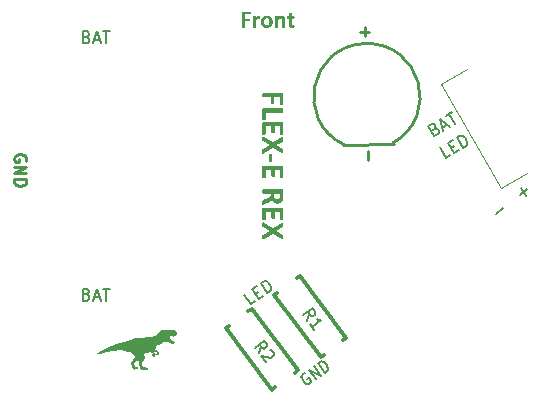
<source format=gbr>
%TF.GenerationSoftware,KiCad,Pcbnew,7.0.8*%
%TF.CreationDate,2024-01-17T10:12:40-07:00*%
%TF.ProjectId,Flex-E Rex 1_4,466c6578-2d45-4205-9265-7820315f342e,rev?*%
%TF.SameCoordinates,Original*%
%TF.FileFunction,Legend,Top*%
%TF.FilePolarity,Positive*%
%FSLAX46Y46*%
G04 Gerber Fmt 4.6, Leading zero omitted, Abs format (unit mm)*
G04 Created by KiCad (PCBNEW 7.0.8) date 2024-01-17 10:12:40*
%MOMM*%
%LPD*%
G01*
G04 APERTURE LIST*
%ADD10C,0.375000*%
%ADD11C,0.400000*%
%ADD12C,0.000000*%
%ADD13C,0.150000*%
%ADD14C,0.200000*%
%ADD15C,0.250000*%
%ADD16C,0.280000*%
%ADD17C,0.100000*%
%ADD18C,0.300000*%
G04 APERTURE END LIST*
D10*
G36*
X71370447Y-32314382D02*
G01*
X71370244Y-32330321D01*
X71369542Y-32346263D01*
X71368193Y-32361651D01*
X71367882Y-32364207D01*
X71365254Y-32379189D01*
X71360526Y-32393809D01*
X71359456Y-32396081D01*
X71351454Y-32408944D01*
X71346633Y-32413667D01*
X71333061Y-32419385D01*
X71330147Y-32419528D01*
X70894539Y-32419528D01*
X70894539Y-32794685D01*
X71303402Y-32794685D01*
X71317650Y-32798337D01*
X71319888Y-32799815D01*
X71329849Y-32811080D01*
X71332711Y-32816667D01*
X71337749Y-32830772D01*
X71340628Y-32845200D01*
X71341137Y-32848907D01*
X71342598Y-32863721D01*
X71343399Y-32879291D01*
X71343692Y-32895018D01*
X71343702Y-32898733D01*
X71343499Y-32914849D01*
X71342798Y-32930920D01*
X71341448Y-32946367D01*
X71341137Y-32948925D01*
X71338510Y-32963911D01*
X71334125Y-32978497D01*
X71332711Y-32981898D01*
X71325126Y-32995064D01*
X71319888Y-33000216D01*
X71305743Y-33005625D01*
X71303402Y-33005711D01*
X70894539Y-33005711D01*
X70894539Y-33499937D01*
X70891322Y-33514559D01*
X70888311Y-33519354D01*
X70876662Y-33528570D01*
X70865963Y-33533276D01*
X70851531Y-33537378D01*
X70836768Y-33540283D01*
X70824564Y-33542069D01*
X70808979Y-33543485D01*
X70793180Y-33544356D01*
X70777852Y-33544816D01*
X70761123Y-33544997D01*
X70758618Y-33545000D01*
X70742081Y-33544859D01*
X70726772Y-33544439D01*
X70710778Y-33543614D01*
X70694700Y-33542249D01*
X70693039Y-33542069D01*
X70677819Y-33539793D01*
X70663474Y-33536794D01*
X70651640Y-33533276D01*
X70638359Y-33526864D01*
X70629292Y-33519354D01*
X70623219Y-33505916D01*
X70622697Y-33499937D01*
X70622697Y-32293866D01*
X70623509Y-32277731D01*
X70626506Y-32261187D01*
X70631713Y-32247097D01*
X70640368Y-32233999D01*
X70645778Y-32228653D01*
X70658143Y-32219837D01*
X70671790Y-32213540D01*
X70686719Y-32209762D01*
X70702931Y-32208503D01*
X71330147Y-32208503D01*
X71344395Y-32212415D01*
X71346633Y-32213998D01*
X71356220Y-32225156D01*
X71359456Y-32231584D01*
X71364493Y-32245872D01*
X71367372Y-32260718D01*
X71367882Y-32264556D01*
X71369342Y-32279700D01*
X71370144Y-32295271D01*
X71370437Y-32310753D01*
X71370447Y-32314382D01*
G37*
G36*
X72160328Y-32675983D02*
G01*
X72160223Y-32690935D01*
X72159845Y-32706563D01*
X72159091Y-32722283D01*
X72158130Y-32734602D01*
X72156395Y-32750298D01*
X72153460Y-32765225D01*
X72151902Y-32770505D01*
X72145508Y-32784345D01*
X72141277Y-32788824D01*
X72126932Y-32793873D01*
X72124424Y-32793953D01*
X72109522Y-32791534D01*
X72105740Y-32790289D01*
X72091772Y-32785566D01*
X72082292Y-32782595D01*
X72067944Y-32778417D01*
X72054082Y-32774902D01*
X72038932Y-32772272D01*
X72023485Y-32771270D01*
X72020010Y-32771238D01*
X72005150Y-32772320D01*
X71990289Y-32775567D01*
X71976779Y-32780397D01*
X71963127Y-32787159D01*
X71950594Y-32795019D01*
X71937830Y-32804560D01*
X71932083Y-32809340D01*
X71920405Y-32819873D01*
X71909962Y-32830442D01*
X71899308Y-32842273D01*
X71888443Y-32855366D01*
X71883723Y-32861364D01*
X71874114Y-32873995D01*
X71864248Y-32887708D01*
X71855830Y-32899962D01*
X71847232Y-32912967D01*
X71838456Y-32926723D01*
X71829501Y-32941231D01*
X71829501Y-33504333D01*
X71825700Y-33518796D01*
X71823273Y-33522285D01*
X71811312Y-33531278D01*
X71802024Y-33535108D01*
X71787237Y-33538854D01*
X71771438Y-33541396D01*
X71762456Y-33542435D01*
X71747548Y-33543675D01*
X71732447Y-33544436D01*
X71715605Y-33544877D01*
X71699442Y-33545000D01*
X71683403Y-33544877D01*
X71668627Y-33544509D01*
X71653286Y-33543787D01*
X71637997Y-33542593D01*
X71636427Y-33542435D01*
X71620677Y-33540412D01*
X71606062Y-33537613D01*
X71596860Y-33535108D01*
X71583039Y-33528526D01*
X71575977Y-33522285D01*
X71570047Y-33508698D01*
X71569749Y-33504333D01*
X71569749Y-32600879D01*
X71572879Y-32586416D01*
X71574878Y-32582927D01*
X71586415Y-32573381D01*
X71593196Y-32570471D01*
X71607595Y-32566226D01*
X71622809Y-32563458D01*
X71628001Y-32562777D01*
X71643865Y-32561317D01*
X71658712Y-32560573D01*
X71675241Y-32560235D01*
X71681123Y-32560212D01*
X71696900Y-32560373D01*
X71712952Y-32560936D01*
X71728680Y-32562038D01*
X71735712Y-32562777D01*
X71750532Y-32565061D01*
X71765146Y-32568930D01*
X71769051Y-32570471D01*
X71781921Y-32578307D01*
X71786270Y-32583293D01*
X71791219Y-32597135D01*
X71791399Y-32600879D01*
X71791399Y-32713353D01*
X71800312Y-32700541D01*
X71809099Y-32688302D01*
X71819906Y-32673809D01*
X71830516Y-32660210D01*
X71840929Y-32647505D01*
X71851145Y-32635695D01*
X71859177Y-32626891D01*
X71871138Y-32614491D01*
X71882841Y-32603123D01*
X71894287Y-32592784D01*
X71907316Y-32582025D01*
X71919993Y-32572669D01*
X71932655Y-32564449D01*
X71947127Y-32556515D01*
X71961598Y-32550138D01*
X71976070Y-32545318D01*
X71977879Y-32544825D01*
X71992350Y-32541299D01*
X72006821Y-32538780D01*
X72023102Y-32537151D01*
X72035764Y-32536765D01*
X72051297Y-32537229D01*
X72064341Y-32538230D01*
X72079271Y-32540087D01*
X72094523Y-32542910D01*
X72096581Y-32543360D01*
X72111071Y-32546773D01*
X72125157Y-32551420D01*
X72138508Y-32557505D01*
X72143109Y-32560945D01*
X72151535Y-32571570D01*
X72155582Y-32586106D01*
X72155932Y-32588056D01*
X72158057Y-32602958D01*
X72159159Y-32617902D01*
X72159229Y-32619197D01*
X72159855Y-32635329D01*
X72160173Y-32651168D01*
X72160311Y-32667242D01*
X72160328Y-32675983D01*
G37*
G36*
X72754488Y-32536895D02*
G01*
X72769534Y-32537286D01*
X72784324Y-32537937D01*
X72806024Y-32539402D01*
X72827145Y-32541453D01*
X72847687Y-32544091D01*
X72867649Y-32547314D01*
X72887031Y-32551123D01*
X72905833Y-32555518D01*
X72924057Y-32560500D01*
X72941700Y-32566067D01*
X72953140Y-32570104D01*
X72969899Y-32576632D01*
X72986104Y-32583714D01*
X73001756Y-32591350D01*
X73016853Y-32599539D01*
X73031397Y-32608283D01*
X73045387Y-32617580D01*
X73058823Y-32627431D01*
X73071705Y-32637836D01*
X73084033Y-32648794D01*
X73095808Y-32660307D01*
X73103350Y-32668290D01*
X73114207Y-32680644D01*
X73124524Y-32693526D01*
X73134300Y-32706936D01*
X73143535Y-32720875D01*
X73152229Y-32735341D01*
X73160382Y-32750335D01*
X73167994Y-32765858D01*
X73175065Y-32781909D01*
X73181596Y-32798487D01*
X73187585Y-32815594D01*
X73191277Y-32827292D01*
X73196449Y-32845191D01*
X73201113Y-32863579D01*
X73205268Y-32882457D01*
X73208914Y-32901824D01*
X73212051Y-32921681D01*
X73214680Y-32942027D01*
X73216800Y-32962862D01*
X73218411Y-32984187D01*
X73219513Y-33006002D01*
X73219965Y-33020817D01*
X73220192Y-33035849D01*
X73220220Y-33043447D01*
X73219946Y-33065180D01*
X73219125Y-33086552D01*
X73217756Y-33107563D01*
X73215841Y-33128214D01*
X73213377Y-33148505D01*
X73210367Y-33168434D01*
X73206809Y-33188003D01*
X73202703Y-33207212D01*
X73198050Y-33226059D01*
X73192850Y-33244546D01*
X73189079Y-33256671D01*
X73183025Y-33274505D01*
X73176405Y-33291876D01*
X73169218Y-33308783D01*
X73161464Y-33325227D01*
X73153144Y-33341207D01*
X73144256Y-33356723D01*
X73134803Y-33371775D01*
X73124782Y-33386364D01*
X73114195Y-33400489D01*
X73103040Y-33414150D01*
X73095290Y-33423000D01*
X73083260Y-33435775D01*
X73070663Y-33447996D01*
X73057500Y-33459663D01*
X73043770Y-33470776D01*
X73029473Y-33481336D01*
X73014609Y-33491341D01*
X72999179Y-33500793D01*
X72983182Y-33509691D01*
X72966618Y-33518035D01*
X72949488Y-33525825D01*
X72937753Y-33530711D01*
X72919747Y-33537455D01*
X72901174Y-33543535D01*
X72882034Y-33548953D01*
X72862328Y-33553706D01*
X72842055Y-33557797D01*
X72821215Y-33561224D01*
X72799808Y-33563988D01*
X72785222Y-33565462D01*
X72770385Y-33566641D01*
X72755295Y-33567526D01*
X72739953Y-33568115D01*
X72724360Y-33568410D01*
X72716469Y-33568447D01*
X72701253Y-33568315D01*
X72686290Y-33567920D01*
X72671578Y-33567262D01*
X72649982Y-33565781D01*
X72628954Y-33563707D01*
X72608492Y-33561041D01*
X72588596Y-33557782D01*
X72569268Y-33553931D01*
X72550506Y-33549487D01*
X72532311Y-33544451D01*
X72514682Y-33538823D01*
X72503245Y-33534741D01*
X72486545Y-33528086D01*
X72470379Y-33520895D01*
X72454749Y-33513171D01*
X72439652Y-33504911D01*
X72425090Y-33496117D01*
X72411063Y-33486789D01*
X72397570Y-33476926D01*
X72384612Y-33466529D01*
X72372188Y-33455597D01*
X72360298Y-33444131D01*
X72352669Y-33436189D01*
X72341743Y-33423835D01*
X72331357Y-33410953D01*
X72321512Y-33397543D01*
X72312209Y-33383605D01*
X72303446Y-33369138D01*
X72295224Y-33354144D01*
X72287544Y-33338621D01*
X72280404Y-33322571D01*
X72273805Y-33305992D01*
X72267747Y-33288885D01*
X72264009Y-33277187D01*
X72258902Y-33259233D01*
X72254298Y-33240814D01*
X72250195Y-33221932D01*
X72246595Y-33202586D01*
X72243498Y-33182777D01*
X72240902Y-33162504D01*
X72238809Y-33141767D01*
X72237219Y-33120566D01*
X72236130Y-33098902D01*
X72235684Y-33084202D01*
X72235461Y-33069296D01*
X72235433Y-33061765D01*
X72235564Y-33051507D01*
X72502146Y-33051507D01*
X72502323Y-33067925D01*
X72502856Y-33084022D01*
X72503743Y-33099798D01*
X72504985Y-33115254D01*
X72506582Y-33130390D01*
X72508534Y-33145204D01*
X72510841Y-33159699D01*
X72513503Y-33173872D01*
X72517392Y-33190926D01*
X72521961Y-33207282D01*
X72527210Y-33222940D01*
X72533138Y-33237900D01*
X72539746Y-33252163D01*
X72547034Y-33265728D01*
X72550140Y-33270959D01*
X72558478Y-33283335D01*
X72567692Y-33294816D01*
X72579907Y-33307412D01*
X72593383Y-33318721D01*
X72605578Y-33327161D01*
X72618650Y-33334706D01*
X72632660Y-33341250D01*
X72647673Y-33346685D01*
X72663687Y-33351010D01*
X72680703Y-33354227D01*
X72698720Y-33356334D01*
X72713856Y-33357221D01*
X72725628Y-33357421D01*
X72743676Y-33356920D01*
X72760955Y-33355417D01*
X72777465Y-33352913D01*
X72793205Y-33349407D01*
X72808176Y-33344899D01*
X72822378Y-33339389D01*
X72827844Y-33336905D01*
X72840978Y-33329932D01*
X72853360Y-33322064D01*
X72867228Y-33311442D01*
X72880013Y-33299533D01*
X72889842Y-33288624D01*
X72898918Y-33276821D01*
X72907262Y-33264168D01*
X72914890Y-33250710D01*
X72921802Y-33236447D01*
X72927998Y-33221380D01*
X72933480Y-33205507D01*
X72938245Y-33188829D01*
X72939951Y-33181933D01*
X72943856Y-33164040D01*
X72946504Y-33149185D01*
X72948728Y-33133849D01*
X72950528Y-33118033D01*
X72951905Y-33101735D01*
X72952858Y-33084957D01*
X72953387Y-33067698D01*
X72953507Y-33054438D01*
X72953335Y-33038026D01*
X72952820Y-33021946D01*
X72951961Y-33006198D01*
X72950759Y-32990782D01*
X72949213Y-32975698D01*
X72947324Y-32960946D01*
X72944480Y-32942973D01*
X72942516Y-32932438D01*
X72938820Y-32915288D01*
X72934373Y-32898872D01*
X72929174Y-32883189D01*
X72923224Y-32868239D01*
X72916523Y-32854023D01*
X72909071Y-32840540D01*
X72905879Y-32835352D01*
X72897445Y-32822862D01*
X72888169Y-32811266D01*
X72878053Y-32800565D01*
X72867096Y-32790759D01*
X72855298Y-32781846D01*
X72842660Y-32773828D01*
X72837369Y-32770872D01*
X72823543Y-32764222D01*
X72808625Y-32758700D01*
X72792617Y-32754305D01*
X72775517Y-32751037D01*
X72757325Y-32748895D01*
X72741987Y-32747994D01*
X72730024Y-32747791D01*
X72712293Y-32748301D01*
X72695277Y-32749830D01*
X72678977Y-32752379D01*
X72663392Y-32755948D01*
X72648523Y-32760537D01*
X72634369Y-32766145D01*
X72628908Y-32768674D01*
X72615774Y-32775559D01*
X72601005Y-32785073D01*
X72587318Y-32795952D01*
X72574712Y-32808197D01*
X72565035Y-32819444D01*
X72557833Y-32829124D01*
X72549472Y-32841882D01*
X72541790Y-32855428D01*
X72534789Y-32869760D01*
X72528467Y-32884880D01*
X72522825Y-32900787D01*
X72517862Y-32917480D01*
X72516068Y-32924378D01*
X72512057Y-32942165D01*
X72509338Y-32956949D01*
X72507054Y-32972224D01*
X72505205Y-32987992D01*
X72503791Y-33004253D01*
X72502812Y-33021005D01*
X72502268Y-33038250D01*
X72502146Y-33051507D01*
X72235564Y-33051507D01*
X72235710Y-33040029D01*
X72236540Y-33018647D01*
X72237925Y-32997619D01*
X72239863Y-32976946D01*
X72242356Y-32956627D01*
X72245402Y-32936662D01*
X72249002Y-32917051D01*
X72253156Y-32897794D01*
X72257863Y-32878892D01*
X72263125Y-32860343D01*
X72266940Y-32848175D01*
X72273121Y-32830216D01*
X72279850Y-32812746D01*
X72287126Y-32795766D01*
X72294950Y-32779275D01*
X72303321Y-32763274D01*
X72312239Y-32747762D01*
X72321705Y-32732740D01*
X72331718Y-32718207D01*
X72342278Y-32704163D01*
X72353386Y-32690609D01*
X72361096Y-32681845D01*
X72373185Y-32669139D01*
X72385821Y-32656987D01*
X72399005Y-32645388D01*
X72412736Y-32634344D01*
X72427014Y-32623853D01*
X72441840Y-32613916D01*
X72457214Y-32604533D01*
X72473134Y-32595704D01*
X72489602Y-32587428D01*
X72506618Y-32579707D01*
X72518266Y-32574867D01*
X72536207Y-32568058D01*
X72554721Y-32561918D01*
X72573808Y-32556449D01*
X72593468Y-32551649D01*
X72613701Y-32547518D01*
X72634508Y-32544058D01*
X72655888Y-32541267D01*
X72677840Y-32539146D01*
X72692794Y-32538105D01*
X72708002Y-32537360D01*
X72723466Y-32536914D01*
X72739184Y-32536765D01*
X72754488Y-32536895D01*
G37*
G36*
X74297331Y-33504333D02*
G01*
X74293529Y-33518796D01*
X74291103Y-33522285D01*
X74278556Y-33531321D01*
X74270220Y-33534741D01*
X74255614Y-33538738D01*
X74239746Y-33541383D01*
X74230652Y-33542435D01*
X74215654Y-33543675D01*
X74200667Y-33544436D01*
X74184123Y-33544877D01*
X74168371Y-33545000D01*
X74152315Y-33544877D01*
X74137486Y-33544509D01*
X74122041Y-33543787D01*
X74106582Y-33542593D01*
X74104990Y-33542435D01*
X74090421Y-33540617D01*
X74075583Y-33537870D01*
X74065422Y-33535108D01*
X74051898Y-33528642D01*
X74044906Y-33522651D01*
X74038976Y-33509065D01*
X74038678Y-33504699D01*
X74038678Y-32993255D01*
X74038523Y-32977392D01*
X74038059Y-32962412D01*
X74037045Y-32944925D01*
X74035548Y-32928816D01*
X74033567Y-32914085D01*
X74030554Y-32898225D01*
X74028786Y-32891039D01*
X74024180Y-32875216D01*
X74018698Y-32860445D01*
X74012339Y-32846726D01*
X74003999Y-32832334D01*
X74000576Y-32827292D01*
X73990569Y-32814675D01*
X73979235Y-32803570D01*
X73966573Y-32793976D01*
X73952582Y-32785893D01*
X73937309Y-32779481D01*
X73922931Y-32775374D01*
X73907606Y-32772669D01*
X73891335Y-32771367D01*
X73884072Y-32771238D01*
X73868589Y-32772097D01*
X73853053Y-32774673D01*
X73837462Y-32778966D01*
X73821819Y-32784977D01*
X73806121Y-32792705D01*
X73790370Y-32802150D01*
X73784054Y-32806409D01*
X73771352Y-32815706D01*
X73758523Y-32826010D01*
X73745569Y-32837321D01*
X73732489Y-32849640D01*
X73719282Y-32862967D01*
X73705950Y-32877301D01*
X73695868Y-32888712D01*
X73685716Y-32900691D01*
X73678908Y-32908991D01*
X73678908Y-33504699D01*
X73675106Y-33519163D01*
X73672680Y-33522651D01*
X73660718Y-33531322D01*
X73651431Y-33535108D01*
X73636644Y-33538854D01*
X73620845Y-33541396D01*
X73611863Y-33542435D01*
X73596955Y-33543675D01*
X73581854Y-33544436D01*
X73565012Y-33544877D01*
X73548849Y-33545000D01*
X73532810Y-33544877D01*
X73518034Y-33544509D01*
X73502692Y-33543787D01*
X73487404Y-33542593D01*
X73485834Y-33542435D01*
X73470084Y-33540412D01*
X73455469Y-33537613D01*
X73446267Y-33535108D01*
X73432446Y-33528526D01*
X73425384Y-33522285D01*
X73419454Y-33508698D01*
X73419156Y-33504333D01*
X73419156Y-32600879D01*
X73422286Y-32586416D01*
X73424285Y-32582927D01*
X73435822Y-32573381D01*
X73442603Y-32570471D01*
X73457002Y-32566226D01*
X73472215Y-32563458D01*
X73477408Y-32562777D01*
X73493272Y-32561317D01*
X73508119Y-32560573D01*
X73524647Y-32560235D01*
X73530530Y-32560212D01*
X73546307Y-32560373D01*
X73562359Y-32560936D01*
X73578086Y-32562038D01*
X73585119Y-32562777D01*
X73599939Y-32565061D01*
X73614553Y-32568930D01*
X73618458Y-32570471D01*
X73631328Y-32577984D01*
X73635677Y-32582927D01*
X73640626Y-32596880D01*
X73640806Y-32600512D01*
X73640806Y-32704926D01*
X73655117Y-32689563D01*
X73669473Y-32674933D01*
X73683873Y-32661038D01*
X73698319Y-32647876D01*
X73712811Y-32635449D01*
X73727347Y-32623757D01*
X73741928Y-32612798D01*
X73756554Y-32602573D01*
X73771226Y-32593083D01*
X73785942Y-32584327D01*
X73795778Y-32578897D01*
X73810671Y-32571367D01*
X73825673Y-32564579D01*
X73840784Y-32558530D01*
X73856005Y-32553223D01*
X73871335Y-32548656D01*
X73886775Y-32544829D01*
X73902325Y-32541744D01*
X73917983Y-32539398D01*
X73933752Y-32537794D01*
X73949630Y-32536930D01*
X73960276Y-32536765D01*
X73977604Y-32537036D01*
X73994416Y-32537847D01*
X74010714Y-32539199D01*
X74026496Y-32541093D01*
X74041763Y-32543527D01*
X74056515Y-32546502D01*
X74070752Y-32550019D01*
X74088932Y-32555548D01*
X74106197Y-32562040D01*
X74118545Y-32567540D01*
X74134276Y-32575491D01*
X74149228Y-32584141D01*
X74163402Y-32593489D01*
X74176797Y-32603535D01*
X74189414Y-32614280D01*
X74201252Y-32625723D01*
X74212311Y-32637864D01*
X74222592Y-32650704D01*
X74232141Y-32664082D01*
X74241002Y-32678021D01*
X74249177Y-32692521D01*
X74256664Y-32707582D01*
X74263465Y-32723204D01*
X74269579Y-32739387D01*
X74275005Y-32756131D01*
X74279745Y-32773436D01*
X74283867Y-32791463D01*
X74287439Y-32810370D01*
X74289757Y-32825130D01*
X74291767Y-32840385D01*
X74293467Y-32856136D01*
X74294858Y-32872383D01*
X74295940Y-32889126D01*
X74296713Y-32906365D01*
X74297176Y-32924100D01*
X74297331Y-32942330D01*
X74297331Y-33504333D01*
G37*
G36*
X75069627Y-33426297D02*
G01*
X75069421Y-33442075D01*
X75068659Y-33458692D01*
X75067337Y-33473381D01*
X75064812Y-33489433D01*
X75063765Y-33494075D01*
X75059510Y-33508550D01*
X75052718Y-33522214D01*
X75048744Y-33527048D01*
X75036531Y-33536651D01*
X75022746Y-33543784D01*
X75021633Y-33544267D01*
X75007293Y-33549505D01*
X74992610Y-33553853D01*
X74979501Y-33557090D01*
X74963959Y-33560274D01*
X74949237Y-33562711D01*
X74933820Y-33564743D01*
X74926745Y-33565516D01*
X74910818Y-33566933D01*
X74894776Y-33567886D01*
X74878618Y-33568375D01*
X74869592Y-33568447D01*
X74850587Y-33568138D01*
X74832223Y-33567210D01*
X74814500Y-33565665D01*
X74797418Y-33563501D01*
X74780977Y-33560719D01*
X74765178Y-33557318D01*
X74750020Y-33553300D01*
X74735502Y-33548663D01*
X74721701Y-33543483D01*
X74705302Y-33536089D01*
X74689851Y-33527676D01*
X74675349Y-33518243D01*
X74661795Y-33507791D01*
X74649188Y-33496318D01*
X74642080Y-33488946D01*
X74630990Y-33475728D01*
X74620849Y-33461490D01*
X74611656Y-33446232D01*
X74603411Y-33429955D01*
X74597498Y-33416200D01*
X74592191Y-33401791D01*
X74587491Y-33386730D01*
X74583370Y-33370902D01*
X74579798Y-33354376D01*
X74576775Y-33337151D01*
X74574302Y-33319228D01*
X74572379Y-33300606D01*
X74571005Y-33281286D01*
X74570335Y-33266338D01*
X74569974Y-33250996D01*
X74569906Y-33240551D01*
X74569906Y-32771238D01*
X74459996Y-32771238D01*
X74445494Y-32767248D01*
X74434898Y-32756480D01*
X74429955Y-32747058D01*
X74425467Y-32732770D01*
X74422592Y-32716962D01*
X74420909Y-32700956D01*
X74420057Y-32685887D01*
X74419706Y-32669243D01*
X74419696Y-32665725D01*
X74419899Y-32649580D01*
X74420601Y-32633409D01*
X74421950Y-32617769D01*
X74422261Y-32615167D01*
X74424768Y-32599711D01*
X74429015Y-32584839D01*
X74429955Y-32582561D01*
X74437791Y-32569690D01*
X74442777Y-32565341D01*
X74456973Y-32560393D01*
X74460729Y-32560212D01*
X74569906Y-32560212D01*
X74569906Y-32347355D01*
X74572745Y-32332880D01*
X74575401Y-32327937D01*
X74587039Y-32317982D01*
X74596284Y-32313649D01*
X74611321Y-32309151D01*
X74625792Y-32306503D01*
X74636218Y-32305223D01*
X74651394Y-32303806D01*
X74666489Y-32302936D01*
X74683096Y-32302432D01*
X74698866Y-32302292D01*
X74714904Y-32302432D01*
X74729681Y-32302853D01*
X74745022Y-32303677D01*
X74760311Y-32305042D01*
X74761881Y-32305223D01*
X74776607Y-32307148D01*
X74791445Y-32310308D01*
X74801448Y-32313649D01*
X74814640Y-32320601D01*
X74822331Y-32327937D01*
X74828170Y-32342020D01*
X74828559Y-32347355D01*
X74828559Y-32560212D01*
X75028594Y-32560212D01*
X75043057Y-32563343D01*
X75046546Y-32565341D01*
X75056280Y-32576311D01*
X75059368Y-32582561D01*
X75063856Y-32596574D01*
X75066559Y-32611332D01*
X75067062Y-32615167D01*
X75068522Y-32630398D01*
X75069324Y-32646197D01*
X75069617Y-32662007D01*
X75069627Y-32665725D01*
X75069376Y-32682684D01*
X75068625Y-32698068D01*
X75067062Y-32714452D01*
X75064327Y-32730701D01*
X75060000Y-32745492D01*
X75059368Y-32747058D01*
X75052027Y-32759809D01*
X75039701Y-32769325D01*
X75029327Y-32771238D01*
X74828559Y-32771238D01*
X74828559Y-33206113D01*
X74828925Y-33224396D01*
X74830024Y-33241512D01*
X74831856Y-33257461D01*
X74834421Y-33272241D01*
X74838657Y-33289075D01*
X74844038Y-33304084D01*
X74850564Y-33317268D01*
X74852006Y-33319685D01*
X74862237Y-33332510D01*
X74875070Y-33342681D01*
X74890505Y-33350198D01*
X74905354Y-33354436D01*
X74922010Y-33356831D01*
X74936636Y-33357421D01*
X74951457Y-33356906D01*
X74966234Y-33355185D01*
X74973639Y-33353757D01*
X74988290Y-33350162D01*
X75002948Y-33345697D01*
X75017061Y-33340429D01*
X75024930Y-33337271D01*
X75039363Y-33333640D01*
X75040684Y-33333607D01*
X75052408Y-33337271D01*
X75060625Y-33349929D01*
X75061200Y-33351926D01*
X75064678Y-33366197D01*
X75067062Y-33380502D01*
X75068625Y-33395357D01*
X75069424Y-33411418D01*
X75069627Y-33426297D01*
G37*
D11*
G36*
X73980823Y-40079693D02*
G01*
X73959571Y-40079422D01*
X73938314Y-40078487D01*
X73917797Y-40076687D01*
X73914389Y-40076273D01*
X73894414Y-40072769D01*
X73874920Y-40066465D01*
X73871891Y-40065038D01*
X73854740Y-40054369D01*
X73848443Y-40047941D01*
X73840818Y-40029845D01*
X73840628Y-40025959D01*
X73840628Y-39445150D01*
X73340418Y-39445150D01*
X73340418Y-39990300D01*
X73335550Y-40009298D01*
X73333579Y-40012282D01*
X73318558Y-40025562D01*
X73311109Y-40029379D01*
X73292302Y-40036095D01*
X73273065Y-40039934D01*
X73268122Y-40040614D01*
X73248371Y-40042561D01*
X73227610Y-40043629D01*
X73206642Y-40044020D01*
X73201688Y-40044033D01*
X73180200Y-40043763D01*
X73158772Y-40042828D01*
X73138176Y-40041028D01*
X73134766Y-40040614D01*
X73114785Y-40037110D01*
X73095336Y-40031264D01*
X73090802Y-40029379D01*
X73073247Y-40019265D01*
X73066378Y-40012282D01*
X73059165Y-39993421D01*
X73059050Y-39990300D01*
X73059050Y-39445150D01*
X72400083Y-39445150D01*
X72380586Y-39440860D01*
X72374193Y-39436845D01*
X72361905Y-39421313D01*
X72355631Y-39407048D01*
X72350161Y-39387805D01*
X72346289Y-39368122D01*
X72343907Y-39351849D01*
X72342018Y-39331069D01*
X72340858Y-39310003D01*
X72340244Y-39289567D01*
X72340003Y-39267261D01*
X72340000Y-39263922D01*
X72340186Y-39241872D01*
X72340747Y-39221460D01*
X72341847Y-39200134D01*
X72343667Y-39178697D01*
X72343907Y-39176483D01*
X72346941Y-39156189D01*
X72350940Y-39137063D01*
X72355631Y-39121284D01*
X72364180Y-39103576D01*
X72374193Y-39091486D01*
X72392111Y-39083389D01*
X72400083Y-39082693D01*
X74008178Y-39082693D01*
X74029691Y-39083775D01*
X74051750Y-39087772D01*
X74070536Y-39094715D01*
X74088000Y-39106255D01*
X74095129Y-39113468D01*
X74106883Y-39129954D01*
X74115279Y-39148150D01*
X74120316Y-39168056D01*
X74121995Y-39189672D01*
X74121995Y-40025959D01*
X74116779Y-40044957D01*
X74114668Y-40047941D01*
X74099790Y-40060723D01*
X74091221Y-40065038D01*
X74072170Y-40071755D01*
X74052375Y-40075593D01*
X74047257Y-40076273D01*
X74027065Y-40078220D01*
X74006304Y-40079289D01*
X73985662Y-40079679D01*
X73980823Y-40079693D01*
G37*
G36*
X72498269Y-41342917D02*
G01*
X72477600Y-41342703D01*
X72456318Y-41341952D01*
X72435118Y-41340482D01*
X72425484Y-41339497D01*
X72404877Y-41336452D01*
X72385652Y-41332067D01*
X72376636Y-41329239D01*
X72358908Y-41321008D01*
X72348304Y-41312142D01*
X72340397Y-41294027D01*
X72340000Y-41288206D01*
X72340000Y-40473412D01*
X72341648Y-40451797D01*
X72346594Y-40431891D01*
X72354837Y-40413695D01*
X72366378Y-40397208D01*
X72381918Y-40383744D01*
X72401671Y-40374127D01*
X72422411Y-40368868D01*
X72442756Y-40366704D01*
X72453817Y-40366434D01*
X74064354Y-40366434D01*
X74083936Y-40371800D01*
X74088778Y-40375226D01*
X74101105Y-40391217D01*
X74106852Y-40405024D01*
X74111925Y-40424032D01*
X74115462Y-40443767D01*
X74117599Y-40460223D01*
X74119724Y-40481359D01*
X74121029Y-40502417D01*
X74121721Y-40522596D01*
X74121991Y-40544412D01*
X74121995Y-40547662D01*
X74121785Y-40570235D01*
X74121154Y-40590939D01*
X74119917Y-40612310D01*
X74117869Y-40633433D01*
X74117599Y-40635589D01*
X74114870Y-40655625D01*
X74110840Y-40676141D01*
X74106852Y-40690300D01*
X74098726Y-40708790D01*
X74089267Y-40719609D01*
X74071498Y-40728310D01*
X74064842Y-40728890D01*
X72652630Y-40728890D01*
X72652630Y-41288206D01*
X72647860Y-41307490D01*
X72644815Y-41312142D01*
X72629219Y-41324631D01*
X72618925Y-41329239D01*
X72599404Y-41334899D01*
X72580079Y-41338345D01*
X72571053Y-41339497D01*
X72551352Y-41341300D01*
X72531255Y-41342352D01*
X72511509Y-41342833D01*
X72498269Y-41342917D01*
G37*
G36*
X72480683Y-42604187D02*
G01*
X72459431Y-42603916D01*
X72438175Y-42602981D01*
X72417657Y-42601181D01*
X72414249Y-42600767D01*
X72394429Y-42597425D01*
X72375567Y-42592165D01*
X72371263Y-42590509D01*
X72354356Y-42580625D01*
X72347327Y-42573412D01*
X72340257Y-42555130D01*
X72340000Y-42550453D01*
X72340000Y-41657501D01*
X72341679Y-41635886D01*
X72346716Y-41615980D01*
X72355112Y-41597784D01*
X72366866Y-41581298D01*
X72382406Y-41567834D01*
X72402159Y-41558217D01*
X72422899Y-41552957D01*
X72443244Y-41550794D01*
X72454305Y-41550523D01*
X74007690Y-41550523D01*
X74029219Y-41551605D01*
X74051342Y-41555602D01*
X74070239Y-41562544D01*
X74087885Y-41574085D01*
X74095129Y-41581298D01*
X74106883Y-41597784D01*
X74115279Y-41615980D01*
X74120316Y-41635886D01*
X74121995Y-41657501D01*
X74121995Y-42545080D01*
X74116759Y-42564581D01*
X74115157Y-42567062D01*
X74100026Y-42579592D01*
X74091221Y-42583670D01*
X74071681Y-42589654D01*
X74052209Y-42593257D01*
X74047257Y-42593928D01*
X74027390Y-42595875D01*
X74006324Y-42596944D01*
X73984918Y-42597335D01*
X73979846Y-42597348D01*
X73959302Y-42597077D01*
X73938561Y-42596142D01*
X73918280Y-42594343D01*
X73914877Y-42593928D01*
X73895057Y-42590586D01*
X73876195Y-42585327D01*
X73871891Y-42583670D01*
X73854309Y-42573432D01*
X73847955Y-42567062D01*
X73840806Y-42548837D01*
X73840628Y-42545080D01*
X73840628Y-41910049D01*
X73402944Y-41910049D01*
X73402944Y-42447383D01*
X73397785Y-42466409D01*
X73395129Y-42470342D01*
X73379603Y-42483321D01*
X73371193Y-42487439D01*
X73351276Y-42493740D01*
X73331580Y-42497256D01*
X73328206Y-42497697D01*
X73308014Y-42499644D01*
X73287253Y-42500712D01*
X73266611Y-42501103D01*
X73261772Y-42501116D01*
X73242172Y-42500902D01*
X73222311Y-42500151D01*
X73201185Y-42498498D01*
X73194361Y-42497697D01*
X73174622Y-42494354D01*
X73154975Y-42488691D01*
X73151863Y-42487439D01*
X73134492Y-42476990D01*
X73128415Y-42470342D01*
X73121744Y-42451292D01*
X73121577Y-42447383D01*
X73121577Y-41910049D01*
X72621367Y-41910049D01*
X72621367Y-42550453D01*
X72616208Y-42569479D01*
X72613551Y-42573412D01*
X72598224Y-42586392D01*
X72589616Y-42590509D01*
X72570809Y-42596493D01*
X72551572Y-42600096D01*
X72546629Y-42600767D01*
X72526935Y-42602714D01*
X72506327Y-42603783D01*
X72485578Y-42604173D01*
X72480683Y-42604187D01*
G37*
G36*
X72483126Y-44182972D02*
G01*
X72463284Y-44192840D01*
X72445219Y-44201071D01*
X72426748Y-44208475D01*
X72406922Y-44214724D01*
X72387230Y-44217151D01*
X72368024Y-44210525D01*
X72362958Y-44205931D01*
X72352744Y-44188319D01*
X72347192Y-44168627D01*
X72344192Y-44149027D01*
X72343907Y-44146336D01*
X72342385Y-44125893D01*
X72341377Y-44105766D01*
X72340644Y-44083235D01*
X72340244Y-44062622D01*
X72340034Y-44040339D01*
X72340000Y-44026169D01*
X72340085Y-44002950D01*
X72340343Y-43981655D01*
X72340861Y-43959242D01*
X72341612Y-43939447D01*
X72342442Y-43924564D01*
X72344322Y-43904917D01*
X72347250Y-43884263D01*
X72351235Y-43865945D01*
X72358684Y-43847383D01*
X72368332Y-43834682D01*
X72385392Y-43823552D01*
X72396175Y-43818562D01*
X73033161Y-43484926D01*
X72396175Y-43152268D01*
X72379191Y-43142462D01*
X72368332Y-43134194D01*
X72356616Y-43117822D01*
X72351235Y-43103419D01*
X72346956Y-43083531D01*
X72344091Y-43062295D01*
X72342442Y-43044312D01*
X72341373Y-43024010D01*
X72340689Y-43003790D01*
X72340238Y-42981280D01*
X72340038Y-42960163D01*
X72340000Y-42945150D01*
X72340095Y-42923509D01*
X72340381Y-42903466D01*
X72340976Y-42881524D01*
X72341847Y-42861884D01*
X72343209Y-42841878D01*
X72343907Y-42834263D01*
X72347192Y-42814291D01*
X72353410Y-42795337D01*
X72362958Y-42781507D01*
X72381521Y-42773325D01*
X72401638Y-42774770D01*
X72406922Y-42776134D01*
X72426748Y-42783041D01*
X72445219Y-42791040D01*
X72463284Y-42799842D01*
X72483126Y-42810328D01*
X73253956Y-43236287D01*
X73978869Y-42840614D01*
X73996500Y-42831838D01*
X74015334Y-42823033D01*
X74034568Y-42814858D01*
X74053287Y-42808070D01*
X74057027Y-42806908D01*
X74076879Y-42803748D01*
X74095705Y-42809458D01*
X74100502Y-42813747D01*
X74110555Y-42830882D01*
X74115764Y-42850097D01*
X74118576Y-42871877D01*
X74119908Y-42892367D01*
X74120790Y-42912608D01*
X74121431Y-42935323D01*
X74121782Y-42956141D01*
X74121965Y-42978676D01*
X74121995Y-42993021D01*
X74121892Y-43016257D01*
X74121583Y-43037603D01*
X74120962Y-43060120D01*
X74120060Y-43080065D01*
X74119064Y-43095115D01*
X74117381Y-43115272D01*
X74114786Y-43134678D01*
X74110665Y-43153809D01*
X74110272Y-43155199D01*
X74103066Y-43173883D01*
X74093175Y-43185973D01*
X74076545Y-43197303D01*
X74065819Y-43203070D01*
X73482079Y-43515213D01*
X74065819Y-43818562D01*
X74083476Y-43828596D01*
X74093175Y-43835659D01*
X74105607Y-43852038D01*
X74110272Y-43864480D01*
X74115080Y-43884809D01*
X74117809Y-43904718D01*
X74119064Y-43919190D01*
X74120481Y-43941099D01*
X74121263Y-43961078D01*
X74121763Y-43983628D01*
X74121970Y-44005003D01*
X74121995Y-44016399D01*
X74121912Y-44037207D01*
X74121591Y-44060288D01*
X74121030Y-44081308D01*
X74120072Y-44103227D01*
X74118576Y-44124843D01*
X74115725Y-44145403D01*
X74109722Y-44165181D01*
X74100013Y-44180042D01*
X74081817Y-44189445D01*
X74061818Y-44188632D01*
X74056538Y-44187369D01*
X74036569Y-44181215D01*
X74017778Y-44174025D01*
X73999282Y-44166081D01*
X73978869Y-44156594D01*
X73258353Y-43760921D01*
X72483126Y-44182972D01*
G37*
G36*
X73044884Y-44954780D02*
G01*
X73021312Y-44954410D01*
X73000052Y-44953301D01*
X72977595Y-44950994D01*
X72955606Y-44946957D01*
X72936029Y-44940568D01*
X72933998Y-44939637D01*
X72917512Y-44928455D01*
X72906429Y-44912188D01*
X72902735Y-44891765D01*
X72902735Y-44319748D01*
X72905836Y-44300238D01*
X72916409Y-44283073D01*
X72932533Y-44271376D01*
X72934487Y-44270411D01*
X72953476Y-44263786D01*
X72974801Y-44259542D01*
X72996577Y-44257058D01*
X73017190Y-44255801D01*
X73040044Y-44255283D01*
X73044884Y-44255268D01*
X73067601Y-44255638D01*
X73088123Y-44256747D01*
X73109853Y-44259054D01*
X73131211Y-44263091D01*
X73150353Y-44269480D01*
X73152351Y-44270411D01*
X73169095Y-44281736D01*
X73180351Y-44298491D01*
X73184103Y-44319748D01*
X73184103Y-44891765D01*
X73180870Y-44911852D01*
X73177264Y-44919609D01*
X73163243Y-44934113D01*
X73153817Y-44939637D01*
X73134888Y-44946720D01*
X73115372Y-44950676D01*
X73110341Y-44951360D01*
X73090265Y-44953307D01*
X73069810Y-44954376D01*
X73049605Y-44954766D01*
X73044884Y-44954780D01*
G37*
G36*
X72480683Y-46277599D02*
G01*
X72459431Y-46277329D01*
X72438175Y-46276394D01*
X72417657Y-46274594D01*
X72414249Y-46274180D01*
X72394429Y-46270837D01*
X72375567Y-46265578D01*
X72371263Y-46263922D01*
X72354356Y-46254037D01*
X72347327Y-46246825D01*
X72340257Y-46228543D01*
X72340000Y-46223866D01*
X72340000Y-45330914D01*
X72341679Y-45309298D01*
X72346716Y-45289393D01*
X72355112Y-45271196D01*
X72366866Y-45254710D01*
X72382406Y-45241246D01*
X72402159Y-45231629D01*
X72422899Y-45226370D01*
X72443244Y-45224206D01*
X72454305Y-45223935D01*
X74007690Y-45223935D01*
X74029219Y-45225017D01*
X74051342Y-45229014D01*
X74070239Y-45235957D01*
X74087885Y-45247497D01*
X74095129Y-45254710D01*
X74106883Y-45271196D01*
X74115279Y-45289393D01*
X74120316Y-45309298D01*
X74121995Y-45330914D01*
X74121995Y-46218492D01*
X74116759Y-46237994D01*
X74115157Y-46240474D01*
X74100026Y-46253004D01*
X74091221Y-46257083D01*
X74071681Y-46263067D01*
X74052209Y-46266670D01*
X74047257Y-46267341D01*
X74027390Y-46269288D01*
X74006324Y-46270356D01*
X73984918Y-46270747D01*
X73979846Y-46270760D01*
X73959302Y-46270490D01*
X73938561Y-46269555D01*
X73918280Y-46267755D01*
X73914877Y-46267341D01*
X73895057Y-46263998D01*
X73876195Y-46258739D01*
X73871891Y-46257083D01*
X73854309Y-46246845D01*
X73847955Y-46240474D01*
X73840806Y-46222249D01*
X73840628Y-46218492D01*
X73840628Y-45583461D01*
X73402944Y-45583461D01*
X73402944Y-46120795D01*
X73397785Y-46139821D01*
X73395129Y-46143754D01*
X73379603Y-46156734D01*
X73371193Y-46160851D01*
X73351276Y-46167152D01*
X73331580Y-46170668D01*
X73328206Y-46171109D01*
X73308014Y-46173056D01*
X73287253Y-46174125D01*
X73266611Y-46174515D01*
X73261772Y-46174529D01*
X73242172Y-46174315D01*
X73222311Y-46173564D01*
X73201185Y-46171911D01*
X73194361Y-46171109D01*
X73174622Y-46167767D01*
X73154975Y-46162103D01*
X73151863Y-46160851D01*
X73134492Y-46150402D01*
X73128415Y-46143754D01*
X73121744Y-46124705D01*
X73121577Y-46120795D01*
X73121577Y-45583461D01*
X72621367Y-45583461D01*
X72621367Y-46223866D01*
X72616208Y-46242892D01*
X72613551Y-46246825D01*
X72598224Y-46259804D01*
X72589616Y-46263922D01*
X72570809Y-46269905D01*
X72551572Y-46273509D01*
X72546629Y-46274180D01*
X72526935Y-46276127D01*
X72506327Y-46277195D01*
X72485578Y-46277586D01*
X72480683Y-46277599D01*
G37*
G36*
X74029691Y-47223901D02*
G01*
X74051750Y-47227898D01*
X74070536Y-47234840D01*
X74088000Y-47246381D01*
X74095129Y-47253594D01*
X74106883Y-47270080D01*
X74115279Y-47288276D01*
X74120316Y-47308182D01*
X74121995Y-47329797D01*
X74121995Y-47789951D01*
X74121924Y-47811313D01*
X74121709Y-47831434D01*
X74121263Y-47853942D01*
X74120610Y-47874665D01*
X74119588Y-47896584D01*
X74119064Y-47905233D01*
X74117721Y-47927429D01*
X74116133Y-47948587D01*
X74114302Y-47968706D01*
X74112226Y-47987788D01*
X74109189Y-48007744D01*
X74105757Y-48027315D01*
X74101930Y-48046499D01*
X74096213Y-48071476D01*
X74089794Y-48095767D01*
X74082673Y-48119371D01*
X74074850Y-48142288D01*
X74066324Y-48164518D01*
X74059469Y-48180739D01*
X74049822Y-48201821D01*
X74039441Y-48222077D01*
X74028328Y-48241510D01*
X74016482Y-48260118D01*
X74003904Y-48277902D01*
X73990593Y-48294862D01*
X73976549Y-48310997D01*
X73961772Y-48326308D01*
X73946400Y-48340879D01*
X73930326Y-48354549D01*
X73913549Y-48367318D01*
X73896071Y-48379187D01*
X73877890Y-48390155D01*
X73859007Y-48400222D01*
X73839422Y-48409389D01*
X73819134Y-48417655D01*
X73798122Y-48425097D01*
X73776361Y-48431546D01*
X73753853Y-48437004D01*
X73730596Y-48441469D01*
X73706592Y-48444941D01*
X73681839Y-48447422D01*
X73656339Y-48448910D01*
X73636722Y-48449376D01*
X73630090Y-48449407D01*
X73607864Y-48449048D01*
X73586127Y-48447972D01*
X73564877Y-48446178D01*
X73544117Y-48443667D01*
X73523845Y-48440438D01*
X73504061Y-48436492D01*
X73484766Y-48431829D01*
X73465959Y-48426448D01*
X73443150Y-48418901D01*
X73421127Y-48410305D01*
X73399892Y-48400659D01*
X73379444Y-48389964D01*
X73359783Y-48378219D01*
X73340909Y-48365425D01*
X73333579Y-48360014D01*
X73315784Y-48345774D01*
X73298727Y-48330533D01*
X73282410Y-48314290D01*
X73266832Y-48297045D01*
X73251994Y-48278798D01*
X73237895Y-48259550D01*
X73232463Y-48251570D01*
X73219435Y-48230979D01*
X73209597Y-48213870D01*
X73200277Y-48196197D01*
X73191477Y-48177959D01*
X73183195Y-48159156D01*
X73175433Y-48139788D01*
X73168190Y-48119856D01*
X73163098Y-48104536D01*
X73153053Y-48124228D01*
X73141971Y-48143248D01*
X73129850Y-48161597D01*
X73116692Y-48179274D01*
X73104377Y-48194451D01*
X73090939Y-48209207D01*
X73076380Y-48223542D01*
X73060699Y-48237457D01*
X73051235Y-48245219D01*
X73033837Y-48258710D01*
X73015411Y-48271827D01*
X72998799Y-48282772D01*
X72981431Y-48293442D01*
X72963307Y-48303838D01*
X72944359Y-48314062D01*
X72924518Y-48324217D01*
X72903785Y-48334303D01*
X72885824Y-48342656D01*
X72867243Y-48350961D01*
X72851933Y-48357571D01*
X72506573Y-48507536D01*
X72488301Y-48514749D01*
X72469414Y-48521949D01*
X72448978Y-48529282D01*
X72431346Y-48534892D01*
X72411511Y-48539800D01*
X72394221Y-48541730D01*
X72374255Y-48538433D01*
X72368820Y-48535868D01*
X72356290Y-48520321D01*
X72352212Y-48509979D01*
X72347300Y-48490084D01*
X72344400Y-48470392D01*
X72342442Y-48449407D01*
X72341373Y-48427791D01*
X72340689Y-48405872D01*
X72340288Y-48384852D01*
X72340059Y-48361771D01*
X72340000Y-48340963D01*
X72340085Y-48320172D01*
X72340403Y-48297999D01*
X72340954Y-48278070D01*
X72341869Y-48258042D01*
X72342442Y-48249127D01*
X72344703Y-48229140D01*
X72348550Y-48208806D01*
X72352700Y-48194905D01*
X72361588Y-48176935D01*
X72371263Y-48166573D01*
X72388543Y-48156936D01*
X72399106Y-48152896D01*
X72787452Y-47993649D01*
X72807691Y-47984667D01*
X72827190Y-47975732D01*
X72845949Y-47966845D01*
X72863969Y-47958005D01*
X72884617Y-47947461D01*
X72904200Y-47936985D01*
X72922834Y-47926504D01*
X72940264Y-47915576D01*
X72956493Y-47904201D01*
X72973907Y-47890367D01*
X72989685Y-47875924D01*
X73003851Y-47860687D01*
X73016426Y-47844468D01*
X73027412Y-47827268D01*
X73036809Y-47809086D01*
X73041465Y-47798255D01*
X73048317Y-47778366D01*
X73053486Y-47757169D01*
X73056972Y-47734662D01*
X73058621Y-47714329D01*
X73059050Y-47696650D01*
X73059050Y-47583810D01*
X73340418Y-47583810D01*
X73340418Y-47767969D01*
X73340859Y-47791470D01*
X73342183Y-47814041D01*
X73344390Y-47835682D01*
X73347478Y-47856393D01*
X73351450Y-47876173D01*
X73357380Y-47898681D01*
X73358492Y-47902303D01*
X73365968Y-47923397D01*
X73374475Y-47943083D01*
X73384012Y-47961362D01*
X73394579Y-47978232D01*
X73408210Y-47996133D01*
X73410272Y-47998534D01*
X73425626Y-48014483D01*
X73442195Y-48028561D01*
X73459980Y-48040769D01*
X73478980Y-48051107D01*
X73490383Y-48056176D01*
X73511200Y-48063789D01*
X73533046Y-48069533D01*
X73552589Y-48072967D01*
X73572888Y-48075028D01*
X73593942Y-48075715D01*
X73615367Y-48075089D01*
X73635922Y-48073211D01*
X73655606Y-48070082D01*
X73678988Y-48064410D01*
X73701010Y-48056782D01*
X73721673Y-48047199D01*
X73740976Y-48035659D01*
X73758882Y-48022042D01*
X73775046Y-48005921D01*
X73789470Y-47987295D01*
X73799755Y-47970591D01*
X73808925Y-47952284D01*
X73816981Y-47932374D01*
X73823923Y-47910862D01*
X73825484Y-47905233D01*
X73829840Y-47885503D01*
X73833198Y-47865964D01*
X73835984Y-47844898D01*
X73836231Y-47842707D01*
X73838356Y-47820837D01*
X73839528Y-47800942D01*
X73840280Y-47778522D01*
X73840589Y-47757296D01*
X73840628Y-47745987D01*
X73840628Y-47583810D01*
X73340418Y-47583810D01*
X73059050Y-47583810D01*
X72396664Y-47583810D01*
X72377796Y-47578589D01*
X72372240Y-47574529D01*
X72360333Y-47558958D01*
X72354654Y-47545219D01*
X72349472Y-47524650D01*
X72345924Y-47504814D01*
X72343907Y-47490509D01*
X72342018Y-47469729D01*
X72340858Y-47448663D01*
X72340244Y-47428227D01*
X72340003Y-47405921D01*
X72340000Y-47402582D01*
X72340186Y-47380533D01*
X72340747Y-47360120D01*
X72341847Y-47338794D01*
X72343667Y-47317358D01*
X72343907Y-47315143D01*
X72346894Y-47294850D01*
X72351107Y-47274150D01*
X72355143Y-47259944D01*
X72363512Y-47241592D01*
X72372728Y-47231123D01*
X72390955Y-47223338D01*
X72397641Y-47222819D01*
X74008178Y-47222819D01*
X74029691Y-47223901D01*
G37*
G36*
X72480683Y-49851360D02*
G01*
X72459431Y-49851090D01*
X72438175Y-49850155D01*
X72417657Y-49848355D01*
X72414249Y-49847941D01*
X72394429Y-49844598D01*
X72375567Y-49839339D01*
X72371263Y-49837683D01*
X72354356Y-49827799D01*
X72347327Y-49820586D01*
X72340257Y-49802304D01*
X72340000Y-49797627D01*
X72340000Y-48904675D01*
X72341679Y-48883060D01*
X72346716Y-48863154D01*
X72355112Y-48844958D01*
X72366866Y-48828471D01*
X72382406Y-48815008D01*
X72402159Y-48805390D01*
X72422899Y-48800131D01*
X72443244Y-48797967D01*
X72454305Y-48797697D01*
X74007690Y-48797697D01*
X74029219Y-48798779D01*
X74051342Y-48802776D01*
X74070239Y-48809718D01*
X74087885Y-48821259D01*
X74095129Y-48828471D01*
X74106883Y-48844958D01*
X74115279Y-48863154D01*
X74120316Y-48883060D01*
X74121995Y-48904675D01*
X74121995Y-49792254D01*
X74116759Y-49811755D01*
X74115157Y-49814236D01*
X74100026Y-49826765D01*
X74091221Y-49830844D01*
X74071681Y-49836828D01*
X74052209Y-49840431D01*
X74047257Y-49841102D01*
X74027390Y-49843049D01*
X74006324Y-49844118D01*
X73984918Y-49844508D01*
X73979846Y-49844522D01*
X73959302Y-49844251D01*
X73938561Y-49843316D01*
X73918280Y-49841516D01*
X73914877Y-49841102D01*
X73895057Y-49837760D01*
X73876195Y-49832500D01*
X73871891Y-49830844D01*
X73854309Y-49820606D01*
X73847955Y-49814236D01*
X73840806Y-49796010D01*
X73840628Y-49792254D01*
X73840628Y-49157222D01*
X73402944Y-49157222D01*
X73402944Y-49694557D01*
X73397785Y-49713583D01*
X73395129Y-49717515D01*
X73379603Y-49730495D01*
X73371193Y-49734612D01*
X73351276Y-49740914D01*
X73331580Y-49744430D01*
X73328206Y-49744871D01*
X73308014Y-49746817D01*
X73287253Y-49747886D01*
X73266611Y-49748277D01*
X73261772Y-49748290D01*
X73242172Y-49748076D01*
X73222311Y-49747325D01*
X73201185Y-49745672D01*
X73194361Y-49744871D01*
X73174622Y-49741528D01*
X73154975Y-49735865D01*
X73151863Y-49734612D01*
X73134492Y-49724164D01*
X73128415Y-49717515D01*
X73121744Y-49698466D01*
X73121577Y-49694557D01*
X73121577Y-49157222D01*
X72621367Y-49157222D01*
X72621367Y-49797627D01*
X72616208Y-49816653D01*
X72613551Y-49820586D01*
X72598224Y-49833566D01*
X72589616Y-49837683D01*
X72570809Y-49843667D01*
X72551572Y-49847270D01*
X72546629Y-49847941D01*
X72526935Y-49849888D01*
X72506327Y-49850956D01*
X72485578Y-49851347D01*
X72480683Y-49851360D01*
G37*
G36*
X72483126Y-51430146D02*
G01*
X72463284Y-51440014D01*
X72445219Y-51448245D01*
X72426748Y-51455649D01*
X72406922Y-51461898D01*
X72387230Y-51464325D01*
X72368024Y-51457699D01*
X72362958Y-51453105D01*
X72352744Y-51435493D01*
X72347192Y-51415801D01*
X72344192Y-51396200D01*
X72343907Y-51393510D01*
X72342385Y-51373067D01*
X72341377Y-51352940D01*
X72340644Y-51330408D01*
X72340244Y-51309796D01*
X72340034Y-51287513D01*
X72340000Y-51273342D01*
X72340085Y-51250124D01*
X72340343Y-51228829D01*
X72340861Y-51206416D01*
X72341612Y-51186621D01*
X72342442Y-51171737D01*
X72344322Y-51152091D01*
X72347250Y-51131437D01*
X72351235Y-51113119D01*
X72358684Y-51094557D01*
X72368332Y-51081856D01*
X72385392Y-51070726D01*
X72396175Y-51065736D01*
X73033161Y-50732100D01*
X72396175Y-50399441D01*
X72379191Y-50389635D01*
X72368332Y-50381367D01*
X72356616Y-50364996D01*
X72351235Y-50350593D01*
X72346956Y-50330705D01*
X72344091Y-50309468D01*
X72342442Y-50291486D01*
X72341373Y-50271183D01*
X72340689Y-50250964D01*
X72340238Y-50228454D01*
X72340038Y-50207337D01*
X72340000Y-50192323D01*
X72340095Y-50170683D01*
X72340381Y-50150640D01*
X72340976Y-50128698D01*
X72341847Y-50109058D01*
X72343209Y-50089052D01*
X72343907Y-50081437D01*
X72347192Y-50061465D01*
X72353410Y-50042511D01*
X72362958Y-50028681D01*
X72381521Y-50020499D01*
X72401638Y-50021944D01*
X72406922Y-50023307D01*
X72426748Y-50030215D01*
X72445219Y-50038214D01*
X72463284Y-50047016D01*
X72483126Y-50057501D01*
X73253956Y-50483461D01*
X73978869Y-50087788D01*
X73996500Y-50079012D01*
X74015334Y-50070206D01*
X74034568Y-50062032D01*
X74053287Y-50055244D01*
X74057027Y-50054082D01*
X74076879Y-50050922D01*
X74095705Y-50056632D01*
X74100502Y-50060921D01*
X74110555Y-50078056D01*
X74115764Y-50097271D01*
X74118576Y-50119051D01*
X74119908Y-50139540D01*
X74120790Y-50159782D01*
X74121431Y-50182497D01*
X74121782Y-50203314D01*
X74121965Y-50225850D01*
X74121995Y-50240195D01*
X74121892Y-50263431D01*
X74121583Y-50284777D01*
X74120962Y-50307294D01*
X74120060Y-50327239D01*
X74119064Y-50342289D01*
X74117381Y-50362446D01*
X74114786Y-50381852D01*
X74110665Y-50400983D01*
X74110272Y-50402372D01*
X74103066Y-50421057D01*
X74093175Y-50433147D01*
X74076545Y-50444477D01*
X74065819Y-50450244D01*
X73482079Y-50762386D01*
X74065819Y-51065736D01*
X74083476Y-51075769D01*
X74093175Y-51082833D01*
X74105607Y-51099212D01*
X74110272Y-51111654D01*
X74115080Y-51131983D01*
X74117809Y-51151892D01*
X74119064Y-51166364D01*
X74120481Y-51188273D01*
X74121263Y-51208252D01*
X74121763Y-51230802D01*
X74121970Y-51252177D01*
X74121995Y-51263573D01*
X74121912Y-51284381D01*
X74121591Y-51307462D01*
X74121030Y-51328482D01*
X74120072Y-51350401D01*
X74118576Y-51372016D01*
X74115725Y-51392577D01*
X74109722Y-51412355D01*
X74100013Y-51427215D01*
X74081817Y-51436619D01*
X74061818Y-51435806D01*
X74056538Y-51434543D01*
X74036569Y-51428389D01*
X74017778Y-51421199D01*
X73999282Y-51413255D01*
X73978869Y-51403768D01*
X73258353Y-51008095D01*
X72483126Y-51430146D01*
G37*
D12*
G36*
X65042604Y-59571250D02*
G01*
X65035447Y-59582232D01*
X65029685Y-59590887D01*
X65027134Y-59594585D01*
X65024698Y-59597993D01*
X65022302Y-59601206D01*
X65019867Y-59604323D01*
X65017315Y-59607440D01*
X65014570Y-59610654D01*
X65008188Y-59617759D01*
X65000100Y-59626415D01*
X64989688Y-59637396D01*
X64975425Y-59638753D01*
X64964263Y-59639722D01*
X64955271Y-59640303D01*
X64951299Y-59640448D01*
X64947520Y-59640497D01*
X64943818Y-59640448D01*
X64940078Y-59640303D01*
X64932017Y-59639722D01*
X64922405Y-59638753D01*
X64910313Y-59637396D01*
X64897083Y-59558021D01*
X64923541Y-59558021D01*
X64936771Y-59584479D01*
X64963230Y-59544792D01*
X65002917Y-59544792D01*
X65016146Y-59518334D01*
X65042604Y-59571250D01*
G37*
G36*
X64791250Y-59637396D02*
G01*
X64857396Y-59597709D01*
X64870626Y-59677084D01*
X64778021Y-59703542D01*
X64778021Y-59650625D01*
X64725104Y-59663854D01*
X64716784Y-59645148D01*
X64713826Y-59638275D01*
X64711255Y-59632022D01*
X64708762Y-59625614D01*
X64706036Y-59618276D01*
X64698646Y-59597709D01*
X64711875Y-59571250D01*
X64751563Y-59624167D01*
X64764792Y-59571250D01*
X64791250Y-59571250D01*
X64791250Y-59637396D01*
G37*
G36*
X58600000Y-61000000D02*
G01*
X58592108Y-61008185D01*
X58584509Y-61015821D01*
X58580758Y-61019449D01*
X58577004Y-61022959D01*
X58573224Y-61026356D01*
X58569392Y-61029648D01*
X58565483Y-61032840D01*
X58561472Y-61035939D01*
X58557334Y-61038950D01*
X58553043Y-61041880D01*
X58548575Y-61044736D01*
X58543904Y-61047523D01*
X58539006Y-61050248D01*
X58533855Y-61052917D01*
X58529990Y-61075984D01*
X58526488Y-61099112D01*
X58523361Y-61122293D01*
X58520625Y-61145521D01*
X58547084Y-61158750D01*
X58519971Y-61166045D01*
X58493690Y-61172152D01*
X58467918Y-61177096D01*
X58455123Y-61179139D01*
X58442334Y-61180901D01*
X58429510Y-61182384D01*
X58416613Y-61183591D01*
X58403602Y-61184525D01*
X58390435Y-61185189D01*
X58363477Y-61185721D01*
X58335417Y-61185208D01*
X58337357Y-61179940D01*
X58339430Y-61174852D01*
X58341633Y-61169938D01*
X58343961Y-61165190D01*
X58346412Y-61160602D01*
X58348983Y-61156166D01*
X58351670Y-61151876D01*
X58354470Y-61147723D01*
X58360397Y-61139805D01*
X58366735Y-61132354D01*
X58373461Y-61125315D01*
X58380546Y-61118630D01*
X58387965Y-61112242D01*
X58395691Y-61106096D01*
X58403699Y-61100134D01*
X58411962Y-61094300D01*
X58429148Y-61082788D01*
X58447038Y-61071107D01*
X58470525Y-61055294D01*
X58502146Y-61034195D01*
X58533855Y-61013229D01*
X58573542Y-60986771D01*
X58600000Y-61000000D01*
G37*
G36*
X61259063Y-62031875D02*
G01*
X61298751Y-62045104D01*
X61298751Y-62217083D01*
X61285521Y-62217083D01*
X61272292Y-62098021D01*
X61232604Y-62111250D01*
X61232878Y-62095973D01*
X61233660Y-62080967D01*
X61234894Y-62066153D01*
X61236522Y-62051452D01*
X61238487Y-62036784D01*
X61240732Y-62022071D01*
X61245834Y-61992188D01*
X61259063Y-62031875D01*
G37*
G36*
X64844167Y-60087188D02*
G01*
X64844167Y-60126875D01*
X64807373Y-60112302D01*
X64795100Y-60107342D01*
X64785462Y-60103311D01*
X64777375Y-60099745D01*
X64769753Y-60096179D01*
X64751563Y-60087188D01*
X64764792Y-60047500D01*
X64844167Y-60087188D01*
G37*
G36*
X61854375Y-62441979D02*
G01*
X61844479Y-62446914D01*
X61836599Y-62450764D01*
X61829958Y-62453839D01*
X61826861Y-62455183D01*
X61823783Y-62456449D01*
X61820627Y-62457676D01*
X61817297Y-62458903D01*
X61809727Y-62461513D01*
X61800296Y-62464588D01*
X61788230Y-62468438D01*
X61778088Y-62464588D01*
X61770194Y-62461513D01*
X61763929Y-62458903D01*
X61761212Y-62457676D01*
X61758670Y-62456449D01*
X61756225Y-62455183D01*
X61753800Y-62453839D01*
X61751316Y-62452379D01*
X61748697Y-62450764D01*
X61742741Y-62446914D01*
X61735313Y-62441979D01*
X61735313Y-62415521D01*
X61775000Y-62389063D01*
X61827917Y-62415521D01*
X61854375Y-62389063D01*
X61854375Y-62441979D01*
G37*
G36*
X63269787Y-61114612D02*
G01*
X63279776Y-61121491D01*
X63283780Y-61124399D01*
X63287221Y-61127050D01*
X63290174Y-61129517D01*
X63292711Y-61131872D01*
X63294907Y-61134187D01*
X63296835Y-61136536D01*
X63298569Y-61138991D01*
X63300182Y-61141624D01*
X63301747Y-61144507D01*
X63303339Y-61147715D01*
X63306896Y-61155391D01*
X63307424Y-61162980D01*
X63307628Y-61170334D01*
X63307527Y-61177485D01*
X63307138Y-61184461D01*
X63306478Y-61191293D01*
X63305565Y-61198010D01*
X63304418Y-61204642D01*
X63303053Y-61211218D01*
X63301488Y-61217769D01*
X63299742Y-61224325D01*
X63295774Y-61237567D01*
X63291290Y-61251183D01*
X63286432Y-61265410D01*
X63272583Y-61307217D01*
X63267092Y-61319676D01*
X63264447Y-61325414D01*
X63261816Y-61330862D01*
X63259161Y-61336048D01*
X63256441Y-61340998D01*
X63253616Y-61345740D01*
X63250648Y-61350303D01*
X63247496Y-61354713D01*
X63244122Y-61358999D01*
X63240485Y-61363188D01*
X63236546Y-61367308D01*
X63232266Y-61371386D01*
X63227604Y-61375449D01*
X63222522Y-61379527D01*
X63216979Y-61383646D01*
X63193198Y-61385256D01*
X63181861Y-61385733D01*
X63170829Y-61385951D01*
X63160055Y-61385880D01*
X63149493Y-61385487D01*
X63139093Y-61384744D01*
X63128809Y-61383618D01*
X63118593Y-61382080D01*
X63108397Y-61380099D01*
X63098175Y-61377644D01*
X63087879Y-61374685D01*
X63077461Y-61371190D01*
X63066873Y-61367129D01*
X63056069Y-61362472D01*
X63045000Y-61357188D01*
X63045000Y-61277813D01*
X63018542Y-61277813D01*
X63018542Y-61211667D01*
X63058229Y-61211667D01*
X63058229Y-61238125D01*
X63073056Y-61239936D01*
X63084784Y-61241230D01*
X63089824Y-61241683D01*
X63094497Y-61242006D01*
X63098937Y-61242200D01*
X63103281Y-61242265D01*
X63107664Y-61242200D01*
X63112222Y-61242006D01*
X63117090Y-61241683D01*
X63122404Y-61241230D01*
X63134913Y-61239936D01*
X63150834Y-61238125D01*
X63160102Y-61228231D01*
X63163897Y-61224088D01*
X63167210Y-61220352D01*
X63170099Y-61216926D01*
X63172622Y-61213712D01*
X63174837Y-61210615D01*
X63176803Y-61207537D01*
X63178577Y-61204382D01*
X63180218Y-61201052D01*
X63181784Y-61197450D01*
X63183333Y-61193480D01*
X63184923Y-61189045D01*
X63186612Y-61184048D01*
X63190521Y-61171979D01*
X63177292Y-61145521D01*
X63230208Y-61171979D01*
X63256667Y-61145521D01*
X63256667Y-61105834D01*
X63269787Y-61114612D01*
G37*
G36*
X64309824Y-59106717D02*
G01*
X64318979Y-59107284D01*
X64328229Y-59108229D01*
X64340576Y-59114560D01*
X64352820Y-59121089D01*
X64364965Y-59127803D01*
X64377012Y-59134688D01*
X64389970Y-59141324D01*
X64402958Y-59147035D01*
X64415984Y-59151878D01*
X64429058Y-59155907D01*
X64442187Y-59159180D01*
X64455381Y-59161750D01*
X64468649Y-59163676D01*
X64481998Y-59165011D01*
X64495439Y-59165812D01*
X64508980Y-59166134D01*
X64522629Y-59166034D01*
X64536396Y-59165567D01*
X64564317Y-59163756D01*
X64592813Y-59161146D01*
X64612746Y-59154804D01*
X64632625Y-59148290D01*
X64652442Y-59141590D01*
X64672188Y-59134688D01*
X64693549Y-59131921D01*
X64714943Y-59130626D01*
X64736345Y-59130706D01*
X64757726Y-59132069D01*
X64779061Y-59134620D01*
X64800321Y-59138264D01*
X64821480Y-59142906D01*
X64842512Y-59148453D01*
X64863388Y-59154810D01*
X64884083Y-59161883D01*
X64904568Y-59169577D01*
X64924818Y-59177798D01*
X64964501Y-59195443D01*
X65002917Y-59214063D01*
X65002917Y-59240521D01*
X65026688Y-59250288D01*
X65031602Y-59253205D01*
X65036372Y-59256244D01*
X65041004Y-59259399D01*
X65045502Y-59262669D01*
X65054113Y-59269534D01*
X65062241Y-59276813D01*
X65069923Y-59284475D01*
X65077194Y-59292494D01*
X65084089Y-59300840D01*
X65090646Y-59309486D01*
X65096900Y-59318403D01*
X65102886Y-59327563D01*
X65108642Y-59336938D01*
X65114202Y-59346499D01*
X65119603Y-59356218D01*
X65124880Y-59366067D01*
X65135208Y-59386042D01*
X65136895Y-59396645D01*
X65138222Y-59406537D01*
X65139178Y-59415810D01*
X65139752Y-59424555D01*
X65139934Y-59432864D01*
X65139713Y-59440829D01*
X65139077Y-59448540D01*
X65138015Y-59456089D01*
X65136517Y-59463568D01*
X65134572Y-59471069D01*
X65132167Y-59478682D01*
X65129294Y-59486500D01*
X65125940Y-59494613D01*
X65122094Y-59503113D01*
X65117746Y-59512092D01*
X65112884Y-59521641D01*
X65107236Y-59528205D01*
X65101674Y-59534364D01*
X65096167Y-59540152D01*
X65090686Y-59545605D01*
X65085202Y-59550758D01*
X65079684Y-59555646D01*
X65074104Y-59560304D01*
X65068430Y-59564768D01*
X65062635Y-59569073D01*
X65056687Y-59573254D01*
X65050558Y-59577346D01*
X65044217Y-59581385D01*
X65037635Y-59585405D01*
X65030782Y-59589443D01*
X65016146Y-59597709D01*
X64989688Y-59637396D01*
X64961266Y-59638791D01*
X64951086Y-59639140D01*
X64942146Y-59639256D01*
X64933361Y-59639140D01*
X64923645Y-59638791D01*
X64897083Y-59637396D01*
X64897083Y-59663854D01*
X64778021Y-59703542D01*
X64778021Y-59650625D01*
X64725104Y-59663854D01*
X64711875Y-59624167D01*
X64672188Y-59637396D01*
X64672188Y-59610938D01*
X64632500Y-59624167D01*
X64619271Y-59597709D01*
X64608686Y-59598227D01*
X64600313Y-59598759D01*
X64596714Y-59599079D01*
X64593377Y-59599461D01*
X64590206Y-59599924D01*
X64587103Y-59600488D01*
X64583972Y-59601171D01*
X64580716Y-59601993D01*
X64577238Y-59602975D01*
X64573441Y-59604134D01*
X64564502Y-59607063D01*
X64553125Y-59610938D01*
X64544249Y-59623229D01*
X64536215Y-59635528D01*
X64529003Y-59647861D01*
X64522589Y-59660252D01*
X64516954Y-59672726D01*
X64512076Y-59685309D01*
X64507933Y-59698025D01*
X64504504Y-59710900D01*
X64501768Y-59723958D01*
X64499703Y-59737225D01*
X64498287Y-59750725D01*
X64497500Y-59764484D01*
X64497320Y-59778526D01*
X64497726Y-59792877D01*
X64498696Y-59807561D01*
X64500208Y-59822604D01*
X64511643Y-59842539D01*
X64517397Y-59852100D01*
X64523243Y-59861364D01*
X64529232Y-59870308D01*
X64535417Y-59878913D01*
X64541847Y-59887156D01*
X64548576Y-59895018D01*
X64555653Y-59902477D01*
X64563131Y-59909513D01*
X64571060Y-59916105D01*
X64579491Y-59922231D01*
X64588477Y-59927871D01*
X64598068Y-59933005D01*
X64608316Y-59937610D01*
X64619271Y-59941667D01*
X64619271Y-59968125D01*
X64638738Y-59976021D01*
X64646846Y-59979174D01*
X64654104Y-59981823D01*
X64660686Y-59983988D01*
X64666765Y-59985687D01*
X64672518Y-59986941D01*
X64678117Y-59987767D01*
X64683738Y-59988187D01*
X64689555Y-59988219D01*
X64695741Y-59987883D01*
X64702473Y-59987198D01*
X64709923Y-59986183D01*
X64718267Y-59984858D01*
X64738333Y-59981354D01*
X64738333Y-60021042D01*
X64778021Y-60034271D01*
X64804479Y-60073959D01*
X64844994Y-60086361D01*
X64883854Y-60100417D01*
X64887678Y-60109744D01*
X64890572Y-60117057D01*
X64891719Y-60120151D01*
X64892691Y-60122974D01*
X64893508Y-60125603D01*
X64894190Y-60128115D01*
X64894755Y-60130590D01*
X64895223Y-60133102D01*
X64895614Y-60135731D01*
X64895947Y-60138554D01*
X64896515Y-60145091D01*
X64897083Y-60153334D01*
X64950000Y-60166563D01*
X64948698Y-60176965D01*
X64947164Y-60186677D01*
X64945368Y-60195762D01*
X64943277Y-60204284D01*
X64940860Y-60212305D01*
X64938087Y-60219889D01*
X64934925Y-60227100D01*
X64931344Y-60234001D01*
X64927313Y-60240654D01*
X64922800Y-60247123D01*
X64917774Y-60253472D01*
X64912204Y-60259764D01*
X64906058Y-60266062D01*
X64899305Y-60272429D01*
X64891914Y-60278929D01*
X64883854Y-60285625D01*
X64870706Y-60293590D01*
X64857695Y-60300666D01*
X64844785Y-60306874D01*
X64831940Y-60312239D01*
X64819126Y-60316782D01*
X64806307Y-60320528D01*
X64793448Y-60323498D01*
X64780513Y-60325715D01*
X64767467Y-60327203D01*
X64754274Y-60327984D01*
X64740900Y-60328082D01*
X64727309Y-60327518D01*
X64713466Y-60326316D01*
X64699335Y-60324499D01*
X64684881Y-60322090D01*
X64670069Y-60319112D01*
X64659694Y-60315926D01*
X64649590Y-60312596D01*
X64639731Y-60309115D01*
X64630093Y-60305476D01*
X64620650Y-60301671D01*
X64611378Y-60297693D01*
X64602251Y-60293534D01*
X64593245Y-60289187D01*
X64584334Y-60284645D01*
X64575494Y-60279900D01*
X64557925Y-60269774D01*
X64540338Y-60258748D01*
X64522533Y-60246765D01*
X64505032Y-60236343D01*
X64487192Y-60226947D01*
X64469038Y-60218497D01*
X64450596Y-60210916D01*
X64431892Y-60204125D01*
X64412951Y-60198046D01*
X64393798Y-60192601D01*
X64374459Y-60187712D01*
X64354959Y-60183302D01*
X64335324Y-60179291D01*
X64295752Y-60172157D01*
X64216108Y-60159251D01*
X64181795Y-60152797D01*
X64147617Y-60145742D01*
X64113524Y-60138269D01*
X64079469Y-60130557D01*
X64070356Y-60129642D01*
X64061666Y-60129250D01*
X64053350Y-60129360D01*
X64045361Y-60129949D01*
X64037652Y-60130997D01*
X64030176Y-60132480D01*
X64022885Y-60134379D01*
X64015733Y-60136671D01*
X64008671Y-60139334D01*
X64001653Y-60142347D01*
X63994632Y-60145689D01*
X63987559Y-60149337D01*
X63973072Y-60157466D01*
X63957813Y-60166563D01*
X63947290Y-60175754D01*
X63936843Y-60185031D01*
X63926468Y-60194388D01*
X63916162Y-60203822D01*
X63906349Y-60212135D01*
X63896447Y-60220137D01*
X63886451Y-60227849D01*
X63876360Y-60235292D01*
X63866172Y-60242487D01*
X63855883Y-60249455D01*
X63834996Y-60262794D01*
X63813681Y-60275475D01*
X63791918Y-60287668D01*
X63769688Y-60299539D01*
X63746973Y-60311257D01*
X63714029Y-60328539D01*
X63690513Y-60340479D01*
X63666938Y-60352034D01*
X63643275Y-60363225D01*
X63619496Y-60374072D01*
X63595573Y-60384595D01*
X63571478Y-60394814D01*
X63547183Y-60404750D01*
X63522658Y-60414422D01*
X63496322Y-60423937D01*
X63485433Y-60428000D01*
X63475790Y-60431763D01*
X63467189Y-60435350D01*
X63459423Y-60438884D01*
X63452288Y-60442488D01*
X63445578Y-60446283D01*
X63439089Y-60450394D01*
X63432615Y-60454944D01*
X63425951Y-60460054D01*
X63418892Y-60465849D01*
X63411233Y-60472450D01*
X63402769Y-60479982D01*
X63382603Y-60498325D01*
X63379277Y-60508079D01*
X63376724Y-60515782D01*
X63374774Y-60522138D01*
X63373972Y-60525031D01*
X63373257Y-60527851D01*
X63372608Y-60530685D01*
X63372004Y-60533622D01*
X63370846Y-60540156D01*
X63369612Y-60548154D01*
X63368133Y-60558322D01*
X63366797Y-60565210D01*
X63365292Y-60571880D01*
X63363624Y-60578356D01*
X63361797Y-60584663D01*
X63359817Y-60590824D01*
X63357689Y-60596865D01*
X63355418Y-60602810D01*
X63353010Y-60608684D01*
X63347803Y-60620315D01*
X63342109Y-60631954D01*
X63335970Y-60643798D01*
X63329427Y-60656042D01*
X63318147Y-60678581D01*
X63307624Y-60701202D01*
X63297790Y-60723953D01*
X63288581Y-60746878D01*
X63279930Y-60770025D01*
X63271771Y-60793438D01*
X63264039Y-60817165D01*
X63256667Y-60841250D01*
X63283849Y-60844713D01*
X63343977Y-60853890D01*
X63390003Y-60861540D01*
X63408645Y-60865119D01*
X63424863Y-60868707D01*
X63439024Y-60872436D01*
X63451495Y-60876435D01*
X63462643Y-60880836D01*
X63472836Y-60885769D01*
X63482440Y-60891365D01*
X63491822Y-60897754D01*
X63501350Y-60905067D01*
X63511391Y-60913434D01*
X63534479Y-60933854D01*
X63543046Y-60949813D01*
X63551197Y-60965741D01*
X63558870Y-60981662D01*
X63566006Y-60997599D01*
X63572542Y-61013574D01*
X63578418Y-61029611D01*
X63583573Y-61045733D01*
X63587944Y-61061962D01*
X63591472Y-61078322D01*
X63594094Y-61094836D01*
X63595750Y-61111527D01*
X63596379Y-61128417D01*
X63595919Y-61145531D01*
X63594309Y-61162890D01*
X63591489Y-61180518D01*
X63587396Y-61198438D01*
X63581079Y-61206654D01*
X63576079Y-61213010D01*
X63573928Y-61215636D01*
X63571932Y-61217971D01*
X63570033Y-61220074D01*
X63568172Y-61222002D01*
X63566293Y-61223814D01*
X63564335Y-61225568D01*
X63562243Y-61227322D01*
X63559956Y-61229133D01*
X63554569Y-61233164D01*
X63547709Y-61238125D01*
X63521250Y-61238125D01*
X63521250Y-61264584D01*
X63481563Y-61277813D01*
X63468334Y-61224896D01*
X63430300Y-61232338D01*
X63416602Y-61234222D01*
X63410959Y-61234934D01*
X63405986Y-61235477D01*
X63401585Y-61235841D01*
X63397656Y-61236015D01*
X63394101Y-61235987D01*
X63390819Y-61235748D01*
X63387711Y-61235286D01*
X63384679Y-61234590D01*
X63381623Y-61233650D01*
X63378442Y-61232454D01*
X63375039Y-61230991D01*
X63371314Y-61229251D01*
X63362500Y-61224896D01*
X63363883Y-61216382D01*
X63365032Y-61209651D01*
X63366105Y-61204083D01*
X63367254Y-61199058D01*
X63368637Y-61193955D01*
X63370407Y-61188154D01*
X63372719Y-61181036D01*
X63375730Y-61171979D01*
X63415417Y-61158750D01*
X63420358Y-61151235D01*
X63424721Y-61144347D01*
X63428541Y-61137985D01*
X63431852Y-61132051D01*
X63434688Y-61126444D01*
X63437084Y-61121065D01*
X63439073Y-61115815D01*
X63440691Y-61110592D01*
X63441971Y-61105299D01*
X63442947Y-61099835D01*
X63443655Y-61094100D01*
X63444127Y-61087995D01*
X63444400Y-61081420D01*
X63444505Y-61074275D01*
X63444356Y-61057878D01*
X63444097Y-61025942D01*
X63444258Y-61017341D01*
X63444261Y-61013810D01*
X63444182Y-61010716D01*
X63444000Y-61008001D01*
X63443690Y-61005609D01*
X63443232Y-61003481D01*
X63442939Y-61002498D01*
X63442601Y-61001560D01*
X63442214Y-61000660D01*
X63441776Y-60999790D01*
X63441283Y-60998943D01*
X63440733Y-60998111D01*
X63439450Y-60996468D01*
X63437905Y-60994803D01*
X63436075Y-60993058D01*
X63433936Y-60991176D01*
X63428646Y-60986771D01*
X63391302Y-60983394D01*
X63353955Y-60980223D01*
X63316586Y-60977354D01*
X63279172Y-60974886D01*
X63252288Y-60972457D01*
X63241251Y-60971314D01*
X63231578Y-60970124D01*
X63223090Y-60968816D01*
X63215606Y-60967317D01*
X63208946Y-60965558D01*
X63202932Y-60963466D01*
X63197383Y-60960970D01*
X63192119Y-60958000D01*
X63186961Y-60954483D01*
X63181729Y-60950348D01*
X63176243Y-60945524D01*
X63170324Y-60939940D01*
X63156466Y-60926206D01*
X63137604Y-60894167D01*
X63084688Y-60973542D01*
X63121927Y-61000553D01*
X63135493Y-61010189D01*
X63147690Y-61018601D01*
X63160023Y-61026806D01*
X63173992Y-61035823D01*
X63212845Y-61060358D01*
X63227650Y-61069793D01*
X63234806Y-61074587D01*
X63241780Y-61079472D01*
X63248556Y-61084474D01*
X63255119Y-61089623D01*
X63261456Y-61094948D01*
X63267551Y-61100475D01*
X63273390Y-61106235D01*
X63278958Y-61112255D01*
X63284241Y-61118565D01*
X63289224Y-61125192D01*
X63293892Y-61132164D01*
X63298231Y-61139511D01*
X63302226Y-61147262D01*
X63305863Y-61155443D01*
X63306646Y-61163071D01*
X63307066Y-61170447D01*
X63307145Y-61177602D01*
X63306902Y-61184569D01*
X63306359Y-61191381D01*
X63305536Y-61198070D01*
X63304454Y-61204670D01*
X63303132Y-61211212D01*
X63301593Y-61217730D01*
X63299856Y-61224256D01*
X63295870Y-61237463D01*
X63286432Y-61265410D01*
X63272583Y-61307217D01*
X63267092Y-61319676D01*
X63264447Y-61325414D01*
X63261816Y-61330862D01*
X63259161Y-61336048D01*
X63256441Y-61340998D01*
X63253616Y-61345740D01*
X63250648Y-61350303D01*
X63247496Y-61354713D01*
X63244122Y-61358999D01*
X63240485Y-61363188D01*
X63236546Y-61367308D01*
X63232266Y-61371386D01*
X63227604Y-61375449D01*
X63222522Y-61379527D01*
X63216979Y-61383646D01*
X63193198Y-61385256D01*
X63181861Y-61385733D01*
X63170829Y-61385951D01*
X63160055Y-61385880D01*
X63149493Y-61385487D01*
X63139093Y-61384744D01*
X63128809Y-61383618D01*
X63118593Y-61382080D01*
X63108397Y-61380099D01*
X63098175Y-61377644D01*
X63087879Y-61374685D01*
X63077461Y-61371190D01*
X63066873Y-61367129D01*
X63056069Y-61362472D01*
X63045000Y-61357188D01*
X63045000Y-61277813D01*
X63018542Y-61277813D01*
X63018542Y-61211667D01*
X63058229Y-61211667D01*
X63058229Y-61238125D01*
X63073056Y-61239936D01*
X63084784Y-61241230D01*
X63089824Y-61241683D01*
X63094497Y-61242006D01*
X63098938Y-61242200D01*
X63103282Y-61242265D01*
X63107665Y-61242200D01*
X63112222Y-61242006D01*
X63117090Y-61241683D01*
X63122404Y-61241230D01*
X63134913Y-61239936D01*
X63150834Y-61238125D01*
X63158557Y-61227366D01*
X63164560Y-61218869D01*
X63169310Y-61211858D01*
X63171359Y-61208668D01*
X63173270Y-61205560D01*
X63175099Y-61202435D01*
X63176906Y-61199197D01*
X63180683Y-61191997D01*
X63185066Y-61183182D01*
X63190521Y-61171979D01*
X63158120Y-61158905D01*
X63115280Y-61141387D01*
X63072957Y-61124179D01*
X63039661Y-61109288D01*
X63014399Y-61097614D01*
X63004338Y-61092675D01*
X62995756Y-61088168D01*
X62988476Y-61083971D01*
X62982321Y-61079959D01*
X62977115Y-61076008D01*
X62972680Y-61071996D01*
X62968841Y-61067798D01*
X62965421Y-61063290D01*
X62962243Y-61058349D01*
X62959131Y-61052851D01*
X62952396Y-61039688D01*
X62952091Y-61016538D01*
X62951982Y-60993385D01*
X62952080Y-60970233D01*
X62952396Y-60947084D01*
X62916849Y-60958598D01*
X62784448Y-61001425D01*
X62727487Y-61019860D01*
X62644921Y-61046561D01*
X62617874Y-61055305D01*
X62572292Y-61069755D01*
X62526604Y-61083796D01*
X62480790Y-61097418D01*
X62434831Y-61110614D01*
X62427846Y-61113076D01*
X62421297Y-61115573D01*
X62415153Y-61118138D01*
X62409379Y-61120802D01*
X62403943Y-61123596D01*
X62398812Y-61126552D01*
X62393954Y-61129702D01*
X62389335Y-61133077D01*
X62384924Y-61136709D01*
X62380687Y-61140629D01*
X62376591Y-61144870D01*
X62372603Y-61149462D01*
X62368692Y-61154437D01*
X62364823Y-61159828D01*
X62360965Y-61165664D01*
X62357084Y-61171979D01*
X62355338Y-61192925D01*
X62354796Y-61202852D01*
X62354483Y-61212486D01*
X62354402Y-61221882D01*
X62354560Y-61231094D01*
X62354960Y-61240175D01*
X62355608Y-61249180D01*
X62356508Y-61258162D01*
X62357667Y-61267176D01*
X62359088Y-61276275D01*
X62360777Y-61285514D01*
X62362739Y-61294946D01*
X62364979Y-61304625D01*
X62370313Y-61324942D01*
X62375118Y-61343732D01*
X62379484Y-61363088D01*
X62383349Y-61382917D01*
X62386647Y-61403130D01*
X62389315Y-61423636D01*
X62391288Y-61444342D01*
X62392503Y-61465158D01*
X62392895Y-61485994D01*
X62392401Y-61506757D01*
X62390956Y-61527358D01*
X62388496Y-61547705D01*
X62384958Y-61567706D01*
X62380277Y-61587272D01*
X62374389Y-61606310D01*
X62367231Y-61624731D01*
X62358737Y-61642442D01*
X62348701Y-61657324D01*
X62338445Y-61672059D01*
X62328001Y-61686662D01*
X62317396Y-61701146D01*
X62284943Y-61747190D01*
X62267765Y-61771402D01*
X62250477Y-61795528D01*
X62215594Y-61843566D01*
X62195235Y-61871230D01*
X62186937Y-61882807D01*
X62179742Y-61893239D01*
X62173537Y-61902794D01*
X62168209Y-61911740D01*
X62163644Y-61920345D01*
X62159728Y-61928879D01*
X62156348Y-61937609D01*
X62153392Y-61946804D01*
X62150745Y-61956732D01*
X62148294Y-61967661D01*
X62145925Y-61979860D01*
X62143526Y-61993597D01*
X62138182Y-62026759D01*
X62142168Y-62042562D01*
X62146849Y-62058247D01*
X62152205Y-62073780D01*
X62158217Y-62089127D01*
X62164864Y-62104255D01*
X62172128Y-62119130D01*
X62179989Y-62133719D01*
X62188427Y-62147988D01*
X62197422Y-62161903D01*
X62206955Y-62175431D01*
X62217007Y-62188539D01*
X62227557Y-62201192D01*
X62238585Y-62213357D01*
X62250074Y-62225001D01*
X62262002Y-62236090D01*
X62274350Y-62246591D01*
X62283506Y-62251433D01*
X62292579Y-62255964D01*
X62301591Y-62260201D01*
X62310560Y-62264163D01*
X62319509Y-62267871D01*
X62328458Y-62271343D01*
X62337426Y-62274598D01*
X62346434Y-62277655D01*
X62364653Y-62283253D01*
X62383279Y-62288288D01*
X62402474Y-62292915D01*
X62422403Y-62297285D01*
X62486587Y-62311394D01*
X62535529Y-62322923D01*
X62555207Y-62328153D01*
X62572183Y-62333258D01*
X62586827Y-62338411D01*
X62599506Y-62343785D01*
X62610592Y-62349553D01*
X62620452Y-62355889D01*
X62629458Y-62362966D01*
X62637977Y-62370956D01*
X62646380Y-62380034D01*
X62655036Y-62390372D01*
X62674584Y-62415521D01*
X62678679Y-62426774D01*
X62681767Y-62435623D01*
X62682981Y-62439389D01*
X62684002Y-62442845D01*
X62684848Y-62446088D01*
X62685539Y-62449214D01*
X62686095Y-62452321D01*
X62686534Y-62455506D01*
X62686876Y-62458865D01*
X62687141Y-62462495D01*
X62687516Y-62470957D01*
X62687813Y-62481667D01*
X62681495Y-62489612D01*
X62676496Y-62495774D01*
X62674345Y-62498332D01*
X62672349Y-62500619D01*
X62670450Y-62502693D01*
X62668589Y-62504611D01*
X62666709Y-62506433D01*
X62664752Y-62508216D01*
X62662659Y-62510018D01*
X62660373Y-62511898D01*
X62654985Y-62516122D01*
X62648125Y-62521354D01*
X62610918Y-62506471D01*
X62568750Y-62494896D01*
X62529063Y-62521354D01*
X62505974Y-62523335D01*
X62497363Y-62523947D01*
X62489374Y-62524361D01*
X62481003Y-62524619D01*
X62471250Y-62524762D01*
X62443590Y-62524868D01*
X62392430Y-62524972D01*
X62365791Y-62524804D01*
X62325729Y-62524771D01*
X62285667Y-62524972D01*
X62234404Y-62524868D01*
X62187514Y-62524778D01*
X62178171Y-62523909D01*
X62169098Y-62522839D01*
X62160271Y-62521553D01*
X62151667Y-62520040D01*
X62143263Y-62518287D01*
X62135033Y-62516282D01*
X62126955Y-62514012D01*
X62119005Y-62511465D01*
X62111159Y-62508628D01*
X62103393Y-62505488D01*
X62095684Y-62502034D01*
X62088007Y-62498252D01*
X62080340Y-62494130D01*
X62072658Y-62489656D01*
X62064937Y-62484817D01*
X62057154Y-62479600D01*
X62052322Y-62472544D01*
X62047884Y-62465373D01*
X62043809Y-62458092D01*
X62040067Y-62450707D01*
X62036626Y-62443222D01*
X62033455Y-62435645D01*
X62030524Y-62427980D01*
X62027802Y-62420234D01*
X62025257Y-62412411D01*
X62022859Y-62404517D01*
X62018379Y-62388541D01*
X62009818Y-62355990D01*
X62002017Y-62329706D01*
X61993757Y-62304550D01*
X61984833Y-62280301D01*
X61980056Y-62268448D01*
X61975036Y-62256740D01*
X61969747Y-62245149D01*
X61964162Y-62233649D01*
X61958256Y-62222210D01*
X61952002Y-62210807D01*
X61945376Y-62199411D01*
X61938351Y-62187995D01*
X61930902Y-62176532D01*
X61923002Y-62164994D01*
X61916113Y-62154822D01*
X61909753Y-62144991D01*
X61903920Y-62135431D01*
X61898611Y-62126073D01*
X61893824Y-62116849D01*
X61889557Y-62107690D01*
X61885808Y-62098528D01*
X61882574Y-62089292D01*
X61879854Y-62079915D01*
X61877644Y-62070328D01*
X61875944Y-62060462D01*
X61874750Y-62050248D01*
X61874060Y-62039617D01*
X61873872Y-62028501D01*
X61874184Y-62016831D01*
X61874994Y-62004538D01*
X61876620Y-61997929D01*
X61878428Y-61991527D01*
X61880414Y-61985313D01*
X61882574Y-61979267D01*
X61884903Y-61973371D01*
X61887397Y-61967604D01*
X61890052Y-61961948D01*
X61892864Y-61956382D01*
X61895830Y-61950889D01*
X61898944Y-61945447D01*
X61902203Y-61940039D01*
X61905602Y-61934644D01*
X61912805Y-61923817D01*
X61920521Y-61912813D01*
X61922642Y-61905837D01*
X61924563Y-61898937D01*
X61926291Y-61892100D01*
X61927835Y-61885310D01*
X61929203Y-61878556D01*
X61930403Y-61871822D01*
X61931445Y-61865096D01*
X61932336Y-61858364D01*
X61933699Y-61844825D01*
X61934560Y-61831098D01*
X61934985Y-61817072D01*
X61935042Y-61802638D01*
X61934913Y-61770599D01*
X61934577Y-61737526D01*
X61934396Y-61703833D01*
X61933750Y-61621771D01*
X61899851Y-61654017D01*
X61890647Y-61661806D01*
X61881353Y-61669372D01*
X61871969Y-61676731D01*
X61862498Y-61683900D01*
X61843303Y-61697725D01*
X61823782Y-61710972D01*
X61803951Y-61723767D01*
X61783825Y-61736232D01*
X61742754Y-61760677D01*
X61700808Y-61782354D01*
X61668157Y-61799867D01*
X61654515Y-61807669D01*
X61642233Y-61815156D01*
X61630991Y-61822571D01*
X61620468Y-61830156D01*
X61610343Y-61838155D01*
X61600294Y-61846808D01*
X61590002Y-61856358D01*
X61579145Y-61867047D01*
X61554451Y-61892812D01*
X61523646Y-61926042D01*
X61522346Y-61948344D01*
X61521391Y-61970667D01*
X61520736Y-61993001D01*
X61520339Y-62015339D01*
X61519305Y-62063915D01*
X61520606Y-62075838D01*
X61522276Y-62087248D01*
X61524319Y-62098193D01*
X61526741Y-62108723D01*
X61529549Y-62118886D01*
X61532746Y-62128731D01*
X61536339Y-62138307D01*
X61540333Y-62147663D01*
X61544733Y-62156847D01*
X61549545Y-62165909D01*
X61554773Y-62174897D01*
X61560425Y-62183860D01*
X61566504Y-62192848D01*
X61573017Y-62201908D01*
X61579968Y-62211090D01*
X61587363Y-62220442D01*
X61593828Y-62225442D01*
X61600205Y-62230037D01*
X61606518Y-62234258D01*
X61612796Y-62238137D01*
X61619063Y-62241703D01*
X61625346Y-62244988D01*
X61631671Y-62248023D01*
X61638064Y-62250839D01*
X61644551Y-62253467D01*
X61651159Y-62255936D01*
X61657913Y-62258279D01*
X61664840Y-62260526D01*
X61679317Y-62264856D01*
X61694798Y-62269173D01*
X61717888Y-62276614D01*
X61728744Y-62280357D01*
X61739176Y-62284205D01*
X61749212Y-62288223D01*
X61758879Y-62292478D01*
X61768203Y-62297036D01*
X61777211Y-62301962D01*
X61785931Y-62307324D01*
X61794388Y-62313187D01*
X61802611Y-62319617D01*
X61810627Y-62326682D01*
X61818461Y-62334447D01*
X61826141Y-62342978D01*
X61833694Y-62352342D01*
X61841146Y-62362604D01*
X61847399Y-62388494D01*
X61849402Y-62397602D01*
X61850861Y-62405392D01*
X61851934Y-62412795D01*
X61852773Y-62420740D01*
X61853536Y-62430158D01*
X61854375Y-62441979D01*
X61844208Y-62446914D01*
X61836134Y-62450764D01*
X61829377Y-62453839D01*
X61823163Y-62456449D01*
X61816716Y-62458903D01*
X61809262Y-62461513D01*
X61800025Y-62464588D01*
X61788230Y-62468438D01*
X61748542Y-62441979D01*
X61708854Y-62468438D01*
X61689324Y-62469917D01*
X61682163Y-62470342D01*
X61675665Y-62470582D01*
X61669027Y-62470658D01*
X61661445Y-62470589D01*
X61640228Y-62470091D01*
X61604106Y-62469368D01*
X61576563Y-62468438D01*
X61576563Y-62508125D01*
X61536875Y-62508125D01*
X61536875Y-62481667D01*
X61509590Y-62493242D01*
X61501791Y-62493519D01*
X61494758Y-62493634D01*
X61488400Y-62493565D01*
X61482625Y-62493286D01*
X61477340Y-62492776D01*
X61472454Y-62492011D01*
X61467875Y-62490966D01*
X61463509Y-62489619D01*
X61459267Y-62487946D01*
X61455054Y-62485923D01*
X61450779Y-62483528D01*
X61446351Y-62480735D01*
X61441676Y-62477523D01*
X61436663Y-62473867D01*
X61425254Y-62465130D01*
X61406068Y-62445848D01*
X61388536Y-62426071D01*
X61372578Y-62405800D01*
X61358116Y-62385037D01*
X61345070Y-62363783D01*
X61333361Y-62342039D01*
X61322909Y-62319808D01*
X61313634Y-62297090D01*
X61305457Y-62273888D01*
X61298299Y-62250202D01*
X61292080Y-62226035D01*
X61286721Y-62201387D01*
X61282142Y-62176260D01*
X61278264Y-62150656D01*
X61275007Y-62124575D01*
X61272292Y-62098021D01*
X61232604Y-62111250D01*
X61232795Y-62093260D01*
X61233337Y-62075335D01*
X61234192Y-62057458D01*
X61235317Y-62039613D01*
X61238214Y-62003950D01*
X61241699Y-61968210D01*
X61243844Y-61940175D01*
X61245458Y-61927036D01*
X61247406Y-61914649D01*
X61249716Y-61902944D01*
X61252414Y-61891851D01*
X61255529Y-61881297D01*
X61259089Y-61871213D01*
X61263121Y-61861526D01*
X61267652Y-61852166D01*
X61272710Y-61843062D01*
X61278324Y-61834142D01*
X61284520Y-61825336D01*
X61291327Y-61816572D01*
X61298771Y-61807780D01*
X61306881Y-61798888D01*
X61315684Y-61789825D01*
X61325208Y-61780521D01*
X61364896Y-61780521D01*
X61364896Y-61754063D01*
X61391355Y-61754063D01*
X61398176Y-61728845D01*
X61410555Y-61686331D01*
X61416920Y-61665931D01*
X61423548Y-61646094D01*
X61430548Y-61626814D01*
X61438028Y-61608085D01*
X61446100Y-61589902D01*
X61449986Y-61582083D01*
X61960209Y-61582083D01*
X61986667Y-61568854D01*
X61986667Y-61542396D01*
X62013125Y-61529167D01*
X61973438Y-61515938D01*
X61960209Y-61582083D01*
X61449986Y-61582083D01*
X61454871Y-61572258D01*
X61464450Y-61555146D01*
X61474948Y-61538562D01*
X61486473Y-61522499D01*
X61499135Y-61506952D01*
X61513043Y-61491913D01*
X61528306Y-61477377D01*
X61545033Y-61463339D01*
X61563334Y-61449792D01*
X61589792Y-61449792D01*
X61557728Y-61412683D01*
X61525366Y-61375858D01*
X61492623Y-61339374D01*
X61459412Y-61303289D01*
X61439255Y-61281688D01*
X61397791Y-61237402D01*
X61379069Y-61216868D01*
X61360813Y-61196083D01*
X61342990Y-61175032D01*
X61325567Y-61153697D01*
X61308511Y-61132059D01*
X61291790Y-61110103D01*
X61275370Y-61087810D01*
X61259218Y-61065164D01*
X61253550Y-61059983D01*
X61247726Y-61055130D01*
X61241751Y-61050591D01*
X61235633Y-61046356D01*
X61229379Y-61042410D01*
X61222995Y-61038743D01*
X61209866Y-61032194D01*
X61196299Y-61026610D01*
X61182350Y-61021894D01*
X61168072Y-61017946D01*
X61153520Y-61014670D01*
X61138748Y-61011966D01*
X61123810Y-61009736D01*
X61093655Y-61006308D01*
X61033744Y-61000824D01*
X60987316Y-60995504D01*
X60942269Y-60989247D01*
X60898328Y-60981710D01*
X60876685Y-60977352D01*
X60855215Y-60972545D01*
X60833882Y-60967245D01*
X60812653Y-60961409D01*
X60791492Y-60954994D01*
X60770365Y-60947956D01*
X60749238Y-60940253D01*
X60728075Y-60931841D01*
X60706843Y-60922677D01*
X60685506Y-60912719D01*
X60659981Y-60903560D01*
X60634238Y-60895583D01*
X60608294Y-60888708D01*
X60582168Y-60882853D01*
X60555877Y-60877938D01*
X60529442Y-60873881D01*
X60502879Y-60870602D01*
X60476206Y-60868021D01*
X60422607Y-60864624D01*
X60368790Y-60863045D01*
X60261088Y-60862748D01*
X60230383Y-60862796D01*
X60158198Y-60863914D01*
X60086482Y-60866642D01*
X60015122Y-60870959D01*
X59944007Y-60876845D01*
X59873023Y-60884281D01*
X59802059Y-60893245D01*
X59731001Y-60903719D01*
X59659739Y-60915682D01*
X59569735Y-60931387D01*
X59447211Y-60953497D01*
X59325126Y-60977027D01*
X59203426Y-61001927D01*
X59082059Y-61028149D01*
X58840111Y-61084364D01*
X58598857Y-61145282D01*
X58565579Y-61153858D01*
X58532935Y-61161869D01*
X58500659Y-61169086D01*
X58468483Y-61175278D01*
X58452348Y-61177918D01*
X58436138Y-61180216D01*
X58419819Y-61182143D01*
X58403357Y-61183671D01*
X58386720Y-61184770D01*
X58369873Y-61185411D01*
X58352783Y-61185567D01*
X58335417Y-61185208D01*
X58339362Y-61175401D01*
X58343616Y-61166302D01*
X58348181Y-61157847D01*
X58353059Y-61149974D01*
X58358249Y-61142617D01*
X58363754Y-61135715D01*
X58369573Y-61129204D01*
X58375709Y-61123020D01*
X58382161Y-61117099D01*
X58388932Y-61111380D01*
X58396021Y-61105797D01*
X58403431Y-61100288D01*
X58419214Y-61089238D01*
X58436290Y-61077722D01*
X58459160Y-61062328D01*
X58496433Y-61037666D01*
X58533855Y-61013229D01*
X58559673Y-60996331D01*
X58598848Y-60971155D01*
X58638170Y-60946580D01*
X58677714Y-60922621D01*
X58717554Y-60899291D01*
X58757766Y-60876607D01*
X58798424Y-60854582D01*
X58839603Y-60833231D01*
X58881379Y-60812570D01*
X58915972Y-60795430D01*
X58950269Y-60777773D01*
X58984378Y-60759749D01*
X59018405Y-60741508D01*
X59105919Y-60695678D01*
X59194195Y-60651601D01*
X59283194Y-60609169D01*
X59372879Y-60568275D01*
X59463211Y-60528811D01*
X59554152Y-60490668D01*
X59645664Y-60453739D01*
X59737709Y-60417917D01*
X59771130Y-60405017D01*
X59872866Y-60367098D01*
X59975140Y-60331111D01*
X60077936Y-60296943D01*
X60181238Y-60264481D01*
X60285032Y-60233609D01*
X60389302Y-60204216D01*
X60494032Y-60176186D01*
X60599207Y-60149406D01*
X60693542Y-60125745D01*
X60786392Y-60102815D01*
X60879370Y-60080412D01*
X60945107Y-60063375D01*
X61009306Y-60044854D01*
X61072245Y-60024712D01*
X61134201Y-60002811D01*
X61195449Y-59979012D01*
X61256266Y-59953177D01*
X61316928Y-59925168D01*
X61377712Y-59894848D01*
X61405794Y-59881051D01*
X61434246Y-59868130D01*
X61463044Y-59856088D01*
X61492164Y-59844929D01*
X61521586Y-59834658D01*
X61551285Y-59825276D01*
X61581238Y-59816789D01*
X61611424Y-59809200D01*
X61641818Y-59802513D01*
X61672399Y-59796731D01*
X61703142Y-59791858D01*
X61734027Y-59787899D01*
X61765028Y-59784855D01*
X61796124Y-59782733D01*
X61827292Y-59781534D01*
X61858509Y-59781263D01*
X61888766Y-59781341D01*
X61910941Y-59781646D01*
X61933006Y-59782230D01*
X61954989Y-59783118D01*
X61976920Y-59784331D01*
X61998829Y-59785894D01*
X62020744Y-59787830D01*
X62042695Y-59790162D01*
X62064711Y-59792913D01*
X62086681Y-59795068D01*
X62108525Y-59796440D01*
X62130256Y-59797083D01*
X62151891Y-59797053D01*
X62173442Y-59796403D01*
X62194924Y-59795188D01*
X62216353Y-59793462D01*
X62237742Y-59791279D01*
X62280460Y-59785761D01*
X62323194Y-59779069D01*
X62409173Y-59763900D01*
X62576791Y-59734703D01*
X62632367Y-59725894D01*
X62675555Y-59720234D01*
X62711180Y-59717190D01*
X62744067Y-59716229D01*
X62779043Y-59716818D01*
X62820931Y-59718425D01*
X62866373Y-59717758D01*
X62911685Y-59715407D01*
X62956776Y-59711322D01*
X63001554Y-59705456D01*
X63045931Y-59697761D01*
X63089814Y-59688189D01*
X63133113Y-59676691D01*
X63175737Y-59663220D01*
X63217596Y-59647727D01*
X63258599Y-59630165D01*
X63298656Y-59610486D01*
X63337675Y-59588641D01*
X63375566Y-59564583D01*
X63412238Y-59538263D01*
X63447600Y-59509633D01*
X63481563Y-59478646D01*
X63496587Y-59462649D01*
X63511328Y-59446450D01*
X63525820Y-59430065D01*
X63540098Y-59413509D01*
X63554197Y-59396798D01*
X63568152Y-59379947D01*
X63595768Y-59345889D01*
X63610038Y-59329036D01*
X63624693Y-59312512D01*
X63639747Y-59296373D01*
X63655216Y-59280677D01*
X63671113Y-59265483D01*
X63687452Y-59250848D01*
X63704250Y-59236829D01*
X63721520Y-59223484D01*
X63739277Y-59210871D01*
X63757536Y-59199047D01*
X63776310Y-59188071D01*
X63795616Y-59178000D01*
X63815467Y-59168891D01*
X63835878Y-59160803D01*
X63856863Y-59153792D01*
X63878438Y-59147917D01*
X63899233Y-59147178D01*
X63920019Y-59146861D01*
X63940800Y-59146899D01*
X63961578Y-59147226D01*
X64003134Y-59148485D01*
X64044707Y-59150113D01*
X64063671Y-59149879D01*
X64082213Y-59148458D01*
X64100386Y-59146037D01*
X64118247Y-59142803D01*
X64135850Y-59138940D01*
X64153249Y-59134635D01*
X64187662Y-59125445D01*
X64221924Y-59116720D01*
X64239138Y-59112998D01*
X64256479Y-59109950D01*
X64274004Y-59107764D01*
X64291767Y-59106624D01*
X64309824Y-59106717D01*
G37*
G36*
X63256667Y-61171979D02*
G01*
X63252095Y-61178704D01*
X63247625Y-61185007D01*
X63243224Y-61190928D01*
X63238858Y-61196506D01*
X63234495Y-61201782D01*
X63230102Y-61206796D01*
X63225646Y-61211589D01*
X63221094Y-61216200D01*
X63216414Y-61220669D01*
X63211572Y-61225036D01*
X63206536Y-61229342D01*
X63201273Y-61233627D01*
X63195750Y-61237930D01*
X63189934Y-61242293D01*
X63177292Y-61251354D01*
X63150834Y-61238125D01*
X63171504Y-61206706D01*
X63190521Y-61171979D01*
X63177292Y-61145521D01*
X63256667Y-61171979D01*
G37*
G36*
X63534479Y-59491875D02*
G01*
X63515772Y-59504123D01*
X63508899Y-59508502D01*
X63502647Y-59512339D01*
X63496239Y-59516099D01*
X63488901Y-59520246D01*
X63468334Y-59531563D01*
X63441875Y-59518334D01*
X63521250Y-59438959D01*
X63534479Y-59491875D01*
G37*
G36*
X63296354Y-61132292D02*
G01*
X63296354Y-61158750D01*
X63256667Y-61145521D01*
X63256667Y-61105834D01*
X63296354Y-61132292D01*
G37*
G36*
X63256667Y-61092604D02*
G01*
X63261524Y-61112706D01*
X63263178Y-61119928D01*
X63264522Y-61126297D01*
X63265710Y-61132589D01*
X63266899Y-61139578D01*
X63269896Y-61158750D01*
X63216979Y-61185208D01*
X63230208Y-61079375D01*
X63256667Y-61092604D01*
G37*
D13*
X92130310Y-49279012D02*
X92754426Y-48842002D01*
D14*
X57461904Y-34328409D02*
X57604761Y-34376028D01*
X57604761Y-34376028D02*
X57652380Y-34423647D01*
X57652380Y-34423647D02*
X57699999Y-34518885D01*
X57699999Y-34518885D02*
X57699999Y-34661742D01*
X57699999Y-34661742D02*
X57652380Y-34756980D01*
X57652380Y-34756980D02*
X57604761Y-34804600D01*
X57604761Y-34804600D02*
X57509523Y-34852219D01*
X57509523Y-34852219D02*
X57128571Y-34852219D01*
X57128571Y-34852219D02*
X57128571Y-33852219D01*
X57128571Y-33852219D02*
X57461904Y-33852219D01*
X57461904Y-33852219D02*
X57557142Y-33899838D01*
X57557142Y-33899838D02*
X57604761Y-33947457D01*
X57604761Y-33947457D02*
X57652380Y-34042695D01*
X57652380Y-34042695D02*
X57652380Y-34137933D01*
X57652380Y-34137933D02*
X57604761Y-34233171D01*
X57604761Y-34233171D02*
X57557142Y-34280790D01*
X57557142Y-34280790D02*
X57461904Y-34328409D01*
X57461904Y-34328409D02*
X57128571Y-34328409D01*
X58080952Y-34566504D02*
X58557142Y-34566504D01*
X57985714Y-34852219D02*
X58319047Y-33852219D01*
X58319047Y-33852219D02*
X58652380Y-34852219D01*
X58842857Y-33852219D02*
X59414285Y-33852219D01*
X59128571Y-34852219D02*
X59128571Y-33852219D01*
D15*
X52302761Y-44838095D02*
X52350380Y-44742857D01*
X52350380Y-44742857D02*
X52350380Y-44600000D01*
X52350380Y-44600000D02*
X52302761Y-44457143D01*
X52302761Y-44457143D02*
X52207523Y-44361905D01*
X52207523Y-44361905D02*
X52112285Y-44314286D01*
X52112285Y-44314286D02*
X51921809Y-44266667D01*
X51921809Y-44266667D02*
X51778952Y-44266667D01*
X51778952Y-44266667D02*
X51588476Y-44314286D01*
X51588476Y-44314286D02*
X51493238Y-44361905D01*
X51493238Y-44361905D02*
X51398000Y-44457143D01*
X51398000Y-44457143D02*
X51350380Y-44600000D01*
X51350380Y-44600000D02*
X51350380Y-44695238D01*
X51350380Y-44695238D02*
X51398000Y-44838095D01*
X51398000Y-44838095D02*
X51445619Y-44885714D01*
X51445619Y-44885714D02*
X51778952Y-44885714D01*
X51778952Y-44885714D02*
X51778952Y-44695238D01*
X51350380Y-45314286D02*
X52350380Y-45314286D01*
X52350380Y-45314286D02*
X51350380Y-45885714D01*
X51350380Y-45885714D02*
X52350380Y-45885714D01*
X51350380Y-46361905D02*
X52350380Y-46361905D01*
X52350380Y-46361905D02*
X52350380Y-46600000D01*
X52350380Y-46600000D02*
X52302761Y-46742857D01*
X52302761Y-46742857D02*
X52207523Y-46838095D01*
X52207523Y-46838095D02*
X52112285Y-46885714D01*
X52112285Y-46885714D02*
X51921809Y-46933333D01*
X51921809Y-46933333D02*
X51778952Y-46933333D01*
X51778952Y-46933333D02*
X51588476Y-46885714D01*
X51588476Y-46885714D02*
X51493238Y-46838095D01*
X51493238Y-46838095D02*
X51398000Y-46742857D01*
X51398000Y-46742857D02*
X51350380Y-46600000D01*
X51350380Y-46600000D02*
X51350380Y-46361905D01*
X80619048Y-33868666D02*
X81380953Y-33868666D01*
X81000000Y-34249619D02*
X81000000Y-33487714D01*
D14*
X71754130Y-56701905D02*
X71359350Y-56968187D01*
X71359350Y-56968187D02*
X70800157Y-56139150D01*
X71737565Y-56081250D02*
X72013911Y-55894852D01*
X72425256Y-56249225D02*
X72030476Y-56515507D01*
X72030476Y-56515507D02*
X71471283Y-55686470D01*
X71471283Y-55686470D02*
X71866063Y-55420187D01*
X72780558Y-56009571D02*
X72221365Y-55180533D01*
X72221365Y-55180533D02*
X72418755Y-55047392D01*
X72418755Y-55047392D02*
X72563817Y-55006985D01*
X72563817Y-55006985D02*
X72696029Y-55032685D01*
X72696029Y-55032685D02*
X72788764Y-55085013D01*
X72788764Y-55085013D02*
X72934755Y-55216296D01*
X72934755Y-55216296D02*
X73014639Y-55334730D01*
X73014639Y-55334730D02*
X73081674Y-55519270D01*
X73081674Y-55519270D02*
X73095453Y-55624855D01*
X73095453Y-55624855D02*
X73069753Y-55757067D01*
X73069753Y-55757067D02*
X72977948Y-55876430D01*
X72977948Y-55876430D02*
X72780558Y-56009571D01*
D13*
X94130310Y-47679012D02*
X94754426Y-47242002D01*
X94660873Y-47772565D02*
X94223863Y-47148449D01*
D14*
X57461904Y-56128409D02*
X57604761Y-56176028D01*
X57604761Y-56176028D02*
X57652380Y-56223647D01*
X57652380Y-56223647D02*
X57699999Y-56318885D01*
X57699999Y-56318885D02*
X57699999Y-56461742D01*
X57699999Y-56461742D02*
X57652380Y-56556980D01*
X57652380Y-56556980D02*
X57604761Y-56604600D01*
X57604761Y-56604600D02*
X57509523Y-56652219D01*
X57509523Y-56652219D02*
X57128571Y-56652219D01*
X57128571Y-56652219D02*
X57128571Y-55652219D01*
X57128571Y-55652219D02*
X57461904Y-55652219D01*
X57461904Y-55652219D02*
X57557142Y-55699838D01*
X57557142Y-55699838D02*
X57604761Y-55747457D01*
X57604761Y-55747457D02*
X57652380Y-55842695D01*
X57652380Y-55842695D02*
X57652380Y-55937933D01*
X57652380Y-55937933D02*
X57604761Y-56033171D01*
X57604761Y-56033171D02*
X57557142Y-56080790D01*
X57557142Y-56080790D02*
X57461904Y-56128409D01*
X57461904Y-56128409D02*
X57128571Y-56128409D01*
X58080952Y-56366504D02*
X58557142Y-56366504D01*
X57985714Y-56652219D02*
X58319047Y-55652219D01*
X58319047Y-55652219D02*
X58652380Y-56652219D01*
X58842857Y-55652219D02*
X59414285Y-55652219D01*
X59128571Y-56652219D02*
X59128571Y-55652219D01*
D15*
X81268666Y-44780951D02*
X81268666Y-44019047D01*
D14*
X75951258Y-62798412D02*
X75853924Y-62810269D01*
X75853924Y-62810269D02*
X75749907Y-62885842D01*
X75749907Y-62885842D02*
X75673880Y-62999939D01*
X75673880Y-62999939D02*
X75660516Y-63127370D01*
X75660516Y-63127370D02*
X75681823Y-63229610D01*
X75681823Y-63229610D02*
X75759110Y-63408899D01*
X75759110Y-63408899D02*
X75843079Y-63524473D01*
X75843079Y-63524473D02*
X75989711Y-63653380D01*
X75989711Y-63653380D02*
X76080362Y-63705239D01*
X76080362Y-63705239D02*
X76205686Y-63731907D01*
X76205686Y-63731907D02*
X76337692Y-63694859D01*
X76337692Y-63694859D02*
X76407037Y-63644477D01*
X76407037Y-63644477D02*
X76483063Y-63530380D01*
X76483063Y-63530380D02*
X76489746Y-63466665D01*
X76489746Y-63466665D02*
X76293817Y-63196992D01*
X76293817Y-63196992D02*
X76155129Y-63297756D01*
X76857775Y-63316997D02*
X76269989Y-62507980D01*
X76269989Y-62507980D02*
X77273841Y-63014707D01*
X77273841Y-63014707D02*
X76686055Y-62205690D01*
X77620562Y-62762799D02*
X77032777Y-61953782D01*
X77032777Y-61953782D02*
X77206138Y-61827828D01*
X77206138Y-61827828D02*
X77338144Y-61790781D01*
X77338144Y-61790781D02*
X77463468Y-61817448D01*
X77463468Y-61817448D02*
X77554119Y-61869307D01*
X77554119Y-61869307D02*
X77700751Y-61998214D01*
X77700751Y-61998214D02*
X77784720Y-62113788D01*
X77784720Y-62113788D02*
X77862007Y-62293078D01*
X77862007Y-62293078D02*
X77883314Y-62395318D01*
X77883314Y-62395318D02*
X77869950Y-62522748D01*
X77869950Y-62522748D02*
X77793923Y-62636845D01*
X77793923Y-62636845D02*
X77620562Y-62762799D01*
X88269378Y-44313061D02*
X87856985Y-44551157D01*
X87856985Y-44551157D02*
X87356985Y-43685131D01*
X88296149Y-43692762D02*
X88584824Y-43526096D01*
X88970447Y-43908299D02*
X88558054Y-44146395D01*
X88558054Y-44146395D02*
X88058054Y-43280369D01*
X88058054Y-43280369D02*
X88470447Y-43042274D01*
X89341600Y-43694014D02*
X88841600Y-42827988D01*
X88841600Y-42827988D02*
X89047797Y-42708941D01*
X89047797Y-42708941D02*
X89195324Y-42678751D01*
X89195324Y-42678751D02*
X89325422Y-42713611D01*
X89325422Y-42713611D02*
X89414280Y-42772280D01*
X89414280Y-42772280D02*
X89550758Y-42913428D01*
X89550758Y-42913428D02*
X89622186Y-43037146D01*
X89622186Y-43037146D02*
X89676185Y-43225912D01*
X89676185Y-43225912D02*
X89682565Y-43332200D01*
X89682565Y-43332200D02*
X89647705Y-43462298D01*
X89647705Y-43462298D02*
X89547797Y-43574966D01*
X89547797Y-43574966D02*
X89341600Y-43694014D01*
X86924995Y-42107048D02*
X87072522Y-42076859D01*
X87072522Y-42076859D02*
X87137571Y-42094289D01*
X87137571Y-42094289D02*
X87226429Y-42152958D01*
X87226429Y-42152958D02*
X87297858Y-42276676D01*
X87297858Y-42276676D02*
X87304238Y-42382964D01*
X87304238Y-42382964D02*
X87286808Y-42448013D01*
X87286808Y-42448013D02*
X87228139Y-42536871D01*
X87228139Y-42536871D02*
X86898224Y-42727347D01*
X86898224Y-42727347D02*
X86398224Y-41861322D01*
X86398224Y-41861322D02*
X86686900Y-41694655D01*
X86686900Y-41694655D02*
X86793188Y-41688275D01*
X86793188Y-41688275D02*
X86858237Y-41705705D01*
X86858237Y-41705705D02*
X86947095Y-41764374D01*
X86947095Y-41764374D02*
X86994714Y-41846853D01*
X86994714Y-41846853D02*
X87001094Y-41953141D01*
X87001094Y-41953141D02*
X86983664Y-42018190D01*
X86983664Y-42018190D02*
X86924995Y-42107048D01*
X86924995Y-42107048D02*
X86636320Y-42273715D01*
X87580153Y-42003721D02*
X87992547Y-41765626D01*
X87640532Y-42298776D02*
X87429207Y-41266084D01*
X87429207Y-41266084D02*
X88217882Y-41965442D01*
X87882840Y-41004179D02*
X88377711Y-40718464D01*
X88630275Y-41727347D02*
X88130275Y-40861322D01*
X72045624Y-61096244D02*
X72225322Y-60543454D01*
X71701730Y-60639881D02*
X72500365Y-60038066D01*
X72500365Y-60038066D02*
X72729628Y-60342308D01*
X72729628Y-60342308D02*
X72748914Y-60447026D01*
X72748914Y-60447026D02*
X72739541Y-60513715D01*
X72739541Y-60513715D02*
X72692139Y-60609061D01*
X72692139Y-60609061D02*
X72578048Y-60695034D01*
X72578048Y-60695034D02*
X72473329Y-60714320D01*
X72473329Y-60714320D02*
X72406641Y-60704947D01*
X72406641Y-60704947D02*
X72311295Y-60657545D01*
X72311295Y-60657545D02*
X72082032Y-60353302D01*
X72997462Y-60855987D02*
X73064150Y-60865359D01*
X73064150Y-60865359D02*
X73159496Y-60912762D01*
X73159496Y-60912762D02*
X73302785Y-61102913D01*
X73302785Y-61102913D02*
X73322071Y-61207632D01*
X73322071Y-61207632D02*
X73312698Y-61274320D01*
X73312698Y-61274320D02*
X73265296Y-61369666D01*
X73265296Y-61369666D02*
X73189235Y-61426982D01*
X73189235Y-61426982D02*
X73046487Y-61474925D01*
X73046487Y-61474925D02*
X72246229Y-61362456D01*
X72246229Y-61362456D02*
X72618781Y-61856849D01*
X76138539Y-58339046D02*
X76318237Y-57786256D01*
X75794645Y-57882683D02*
X76593280Y-57280868D01*
X76593280Y-57280868D02*
X76822543Y-57585110D01*
X76822543Y-57585110D02*
X76841829Y-57689828D01*
X76841829Y-57689828D02*
X76832456Y-57756517D01*
X76832456Y-57756517D02*
X76785054Y-57851863D01*
X76785054Y-57851863D02*
X76670963Y-57937836D01*
X76670963Y-57937836D02*
X76566244Y-57957122D01*
X76566244Y-57957122D02*
X76499556Y-57947749D01*
X76499556Y-57947749D02*
X76404210Y-57900347D01*
X76404210Y-57900347D02*
X76174947Y-57596104D01*
X76711696Y-59099651D02*
X76367802Y-58643288D01*
X76539749Y-58871470D02*
X77338385Y-58269655D01*
X77338385Y-58269655D02*
X77166978Y-58279568D01*
X77166978Y-58279568D02*
X77033602Y-58260823D01*
X77033602Y-58260823D02*
X76938256Y-58213420D01*
D16*
%TO.C,D1*%
X83397173Y-43311857D02*
G75*
G03*
X79278778Y-43454520I-2197696J3926848D01*
G01*
X79200474Y-43517291D02*
X83481864Y-43367781D01*
D17*
%TO.C,SW1*%
X89645161Y-37065028D02*
X87445456Y-38335028D01*
X87445456Y-38335028D02*
X92525456Y-47133846D01*
X92525456Y-47133846D02*
X94725161Y-45863846D01*
D18*
%TO.C,R2*%
X71433281Y-57321174D02*
X75369151Y-62544250D01*
X71169731Y-57519773D02*
X71433281Y-57321174D01*
X69508569Y-58771548D02*
X69245019Y-58970147D01*
X69245019Y-58970147D02*
X73180890Y-64193223D01*
X75369151Y-62544250D02*
X75105601Y-62742849D01*
X73180890Y-64193223D02*
X73444439Y-63994624D01*
%TO.C,R1*%
X75526196Y-54563976D02*
X79462066Y-59787052D01*
X75262646Y-54762575D02*
X75526196Y-54563976D01*
X73601484Y-56014350D02*
X73337934Y-56212949D01*
X73337934Y-56212949D02*
X77273805Y-61436025D01*
X79462066Y-59787052D02*
X79198516Y-59985651D01*
X77273805Y-61436025D02*
X77537354Y-61237426D01*
%TD*%
M02*

</source>
